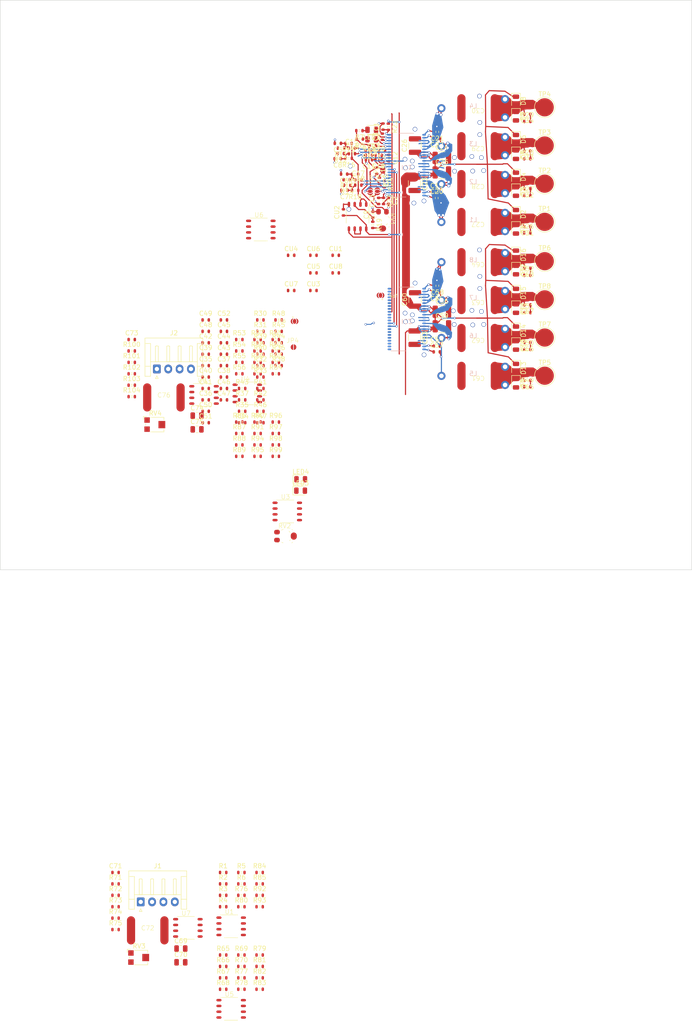
<source format=kicad_pcb>
(kicad_pcb (version 20221018) (generator pcbnew)
  (layers (0 "F.Cu" signal) (31 "B.Cu" signal) (34 "B.Paste" user) (35 "F.Paste" user) (36 "B.SilkS" user "B.Silkscreen") (37 "F.SilkS" user "F.Silkscreen") (38 "B.Mask" user) (39 "F.Mask" user) (44 "Edge.Cuts" user))
  (net 0 "")
  (net 1 "GND")
  (net 2 "Net-(IC1-20_VBG)")
  (net 3 "Net-(IC1-18_RESET)")
  (net 4 "Net-(C15-Pad1)")
  (net 5 "Net-(C17-Pad1)")
  (net 6 "Net-(C18-Pad1)")
  (net 7 "Net-(C16-Pad1)")
  (net 8 "Net-(U2A-+)")
  (net 9 "/poweramp/AVDD")
  (net 10 "/poweramp/input_ref_z")
  (net 11 "Net-(IC1-15_C_START)")
  (net 12 "/12V")
  (net 13 "/poweramp/DVDD")
  (net 14 "/poweramp/in_d")
  (net 15 "/poweramp/in_c")
  (net 16 "/poweramp/in_b")
  (net 17 "/poweramp/in_a")
  (net 18 "Net-(IC1-43_BST_B)")
  (net 19 "Net-(IC1-44_BST_A)")
  (net 20 "Net-(IC1-23_BST_D)")
  (net 21 "Net-(IC1-24_BST_C)")
  (net 22 "PVDD")
  (net 23 "Net-(C31-Pad1)")
  (net 24 "Net-(C32-Pad1)")
  (net 25 "Net-(C33-Pad1)")
  (net 26 "Net-(C34-Pad1)")
  (net 27 "Net-(C35-Pad1)")
  (net 28 "Net-(C36-Pad1)")
  (net 29 "/poweramp1/in_d")
  (net 30 "/poweramp1/in_c")
  (net 31 "Net-(IC2-18_RESET)")
  (net 32 "Net-(C40-Pad1)")
  (net 33 "Net-(C41-Pad1)")
  (net 34 "Net-(IC2-20_VBG)")
  (net 35 "/poweramp1/DVDD")
  (net 36 "Net-(IC2-15_C_START)")
  (net 37 "/poweramp1/in_b")
  (net 38 "/poweramp1/in_a")
  (net 39 "Net-(U3A-+)")
  (net 40 "/poweramp1/AVDD")
  (net 41 "Net-(IC2-43_BST_B)")
  (net 42 "Net-(IC2-24_BST_C)")
  (net 43 "Net-(IC2-44_BST_A)")
  (net 44 "Net-(IC2-23_BST_D)")
  (net 45 "Net-(C65-Pad1)")
  (net 46 "Net-(C66-Pad1)")
  (net 47 "Net-(C67-Pad1)")
  (net 48 "Net-(C68-Pad1)")
  (net 49 "Net-(J1-Pin_4)")
  (net 50 "/inputref")
  (net 51 "Net-(U7A-+)")
  (net 52 "Net-(J1-Pin_3)")
  (net 53 "/feedbass_preamp/out")
  (net 54 "Net-(J2-Pin_3)")
  (net 55 "Net-(J2-Pin_4)")
  (net 56 "Net-(U8A-+)")
  (net 57 "/feedbass_preamp1/out")
  (net 58 "Net-(IC1-3_M1)")
  (net 59 "Net-(IC1-4_M2)")
  (net 60 "Net-(IC1-7_OC_ADJ)")
  (net 61 "Net-(IC1-8_FREQ_ADG)")
  (net 62 "/poweramp/osc-")
  (net 63 "/poweramp/osc+")
  (net 64 "Net-(IC1-19_FAULT)")
  (net 65 "Net-(IC1-21_CLIP_OTW)")
  (net 66 "Net-(IC2-3_M1)")
  (net 67 "Net-(IC2-4_M2)")
  (net 68 "Net-(IC2-7_OC_ADJ)")
  (net 69 "Net-(IC2-8_FREQ_ADG)")
  (net 70 "Net-(IC2-19_FAULT)")
  (net 71 "Net-(IC2-21_CLIP_OTW)")
  (net 76 "Net-(LED1-A)")
  (net 77 "Net-(LED2-A)")
  (net 78 "Net-(LED3-A)")
  (net 79 "Net-(LED4-A)")
  (net 80 "/preamp0/in0")
  (net 81 "Net-(U1B--)")
  (net 82 "/poweramp1/in0")
  (net 83 "/feedbass_preamp/~out")
  (net 84 "Net-(U1A--)")
  (net 85 "/preamp0/in1")
  (net 86 "/poweramp1/in1")
  (net 87 "/poweramp/~reset")
  (net 88 "/poweramp/in0")
  (net 89 "/poweramp/in1")
  (net 90 "/poweramp/in2")
  (net 91 "/poweramp/in3")
  (net 92 "/poweramp/trim")
  (net 93 "Net-(R19-Pad2)")
  (net 94 "/poweramp1/trim")
  (net 95 "/poweramp1/~reset")
  (net 96 "/poweramp1/in2")
  (net 97 "/poweramp1/in3")
  (net 98 "Net-(R46-Pad2)")
  (net 99 "/preamp1/in1")
  (net 100 "Net-(U4A--)")
  (net 101 "/feedbass_preamp1/~out")
  (net 102 "/preamp1/in0")
  (net 103 "Net-(U4B--)")
  (net 104 "/preamp2/in1")
  (net 105 "Net-(U5A--)")
  (net 106 "/preamp2/in0")
  (net 107 "Net-(U5B--)")
  (net 108 "Net-(U7B--)")
  (net 109 "Net-(R74-Pad1)")
  (net 110 "/preamp3/in1")
  (net 111 "Net-(U6A--)")
  (net 112 "/preamp3/in0")
  (net 113 "Net-(U6B--)")
  (net 114 "Net-(R102-Pad1)")
  (net 115 "Net-(U8B--)")
  (net 116 "Net-(U7A--)")
  (net 117 "Net-(U8A--)")
  (net 118 "/poweramp/sw2")
  (net 119 "/poweramp/sw3")
  (net 120 "/poweramp/sw0")
  (net 121 "/poweramp/sw1")
  (net 122 "/poweramp1/input_ref")
  (net 123 "/poweramp1/sw2")
  (net 124 "/poweramp1/sw1")
  (net 125 "/poweramp1/sw3")
  (net 126 "/poweramp1/sw0")
  (net 127 "/poweramp/out3")
  (net 128 "/poweramp/out2")
  (net 129 "/poweramp/out1")
  (net 130 "/poweramp/out0")
  (net 131 "/poweramp1/out3")
  (net 132 "/poweramp1/out2")
  (net 133 "/poweramp1/out1")
  (net 134 "/poweramp1/out0")
  (net 135 "Net-(IC1-22GVDD_CD)")
  (net 136 "Net-(IC1-1_GVDD_AB)")
  (net 137 "Net-(IC2-1_GVDD_AB)")
  (net 138 "Net-(IC2-22GVDD_CD)")
  (footprint "Diode_SMD:D_0805_2012Metric" (layer "F.Cu") (at 124.1 48.8 -90)
    (fp_text reference "D6")
    (fp_text value "D_Schottky")
  )
  (footprint "invendelirium_audio:R_0603" (layer "F.Cu") (at 89.6725 46.92 180)
    (fp_text reference "R7")
    (fp_text value "2.7K")
  )
  (footprint "invendelirium_audio:R_0603" (layer "F.Cu") (at 88.74 60.04 180)
    (fp_text reference "R18")
    (fp_text value "10k")
  )
  (footprint "invendelirium_audio:C_0603" (layer "F.Cu") (at 126.6 51.4 180)
    (fp_text reference "C33")
    (fp_text value "10nF")
  )
  (footprint "LED_SMD:LED_0805_2012Metric" (layer "F.Cu") (at 76.7425 126.0575)
    (fp_text reference "LED3")
    (fp_text value "fault")
  )
  (footprint "invendelirium_audio:SOIC-8" (layer "F.Cu") (at 55.5 105.015)
    (fp_text reference "U8")
    (fp_text value "Opamp_Dual")
  )
  (footprint "invendelirium_audio:R_0603" (layer "F.Cu") (at 39.595 95.35)
    (fp_text reference "R100")
    (fp_text value "100")
  )
  (footprint "invendelirium_audio:R_0603" (layer "F.Cu") (at 63.265 116)
    (fp_text reference "R88")
    (fp_text value "3.6k")
  )
  (footprint "Capacitor_SMD:C_0805_2012Metric" (layer "F.Cu") (at 50.41 226.72)
    (fp_text reference "C69")
    (fp_text value "tbd")
  )
  (footprint "invendelirium_audio:R_0603" (layer "F.Cu") (at 71.285 95.35)
    (fp_text reference "R62")
    (fp_text value "3.6k")
  )
  (footprint "invendelirium_audio:C_0603" (layer "F.Cu") (at 59.8725 98.5725)
    (fp_text reference "C37")
    (fp_text value "10u")
  )
  (footprint "invendelirium_audio:R_0603" (layer "F.Cu") (at 91.735 51.21 180)
    (fp_text reference "R10")
    (fp_text value "100")
  )
  (footprint "invendelirium_audio:R_0603" (layer "F.Cu") (at 94.07 57.95 -90)
    (fp_text reference "R25")
    (fp_text value "30k")
  )
  (footprint "invendelirium_audio:R_0603" (layer "F.Cu") (at 67.275 110.98)
    (fp_text reference "R90")
    (fp_text value "3.6k")
  )
  (footprint "invendelirium_audio:R_0603" (layer "F.Cu") (at 96.04 46.0625 -90)
    (fp_text reference "R22")
    (fp_text value "3.3")
  )
  (footprint "invendelirium_audio:C_0603" (layer "F.Cu") (at 96.06 62.365 -90)
    (fp_text reference "C2")
    (fp_text value "10u")
  )
  (footprint "invendelirium_audio:C_0603" (layer "F.Cu") (at 106.8125 81.025 180)
    (fp_text reference "C58")
    (fp_text value "33n")
  )
  (footprint "invendelirium_audio:SOIC-8" (layer "F.Cu") (at 61.465 239.965)
    (fp_text reference "U5")
    (fp_text value "Opamp_Dual")
  )
  (footprint "invendelirium_audio:SOIC-8" (layer "F.Cu") (at 73.8075 130.6275)
    (fp_text reference "U3")
    (fp_text value "Opamp_Dual")
  )
  (footprint "invendelirium_audio:R_0603" (layer "F.Cu") (at 67.275 100.37)
    (fp_text reference "R60")
    (fp_text value "3.6k")
  )
  (footprint "invendelirium_audio:C_0603" (layer "F.Cu") (at 55.8625 93.5525)
    (fp_text reference "C42")
    (fp_text value "1u")
  )
  (footprint "invendelirium_audio:R_0603" (layer "F.Cu") (at 63.265 113.49)
    (fp_text reference "R87")
    (fp_text value "3.6k")
  )
  (footprint "invendelirium_audio:R_0603" (layer "F.Cu") (at 93.885 52.35)
    (fp_text reference "R20")
    (fp_text value "4.7k")
  )
  (footprint "invendelirium_audio:R_0603" (layer "F.Cu") (at 67.8925 96.0625)
    (fp_text reference "R40")
    (fp_text value "330")
  )
  (footprint "invendelirium_audio:C_0603" (layer "F.Cu") (at 126.6125 93.475 180)
    (fp_text reference "C66")
    (fp_text value "10nF")
  )
  (footprint "invendelirium_audio:R_0603" (layer "F.Cu") (at 63.72 217.52)
    (fp_text reference "R80")
    (fp_text value "3.6k")
  )
  (footprint "invendelirium_audio:R_0603" (layer "F.Cu") (at 63.72 235.66)
    (fp_text reference "R78")
    (fp_text value "3.6k")
  )
  (footprint "invendelirium_audio:C_0603" (layer "F.Cu") (at 126.6 59.65 180)
    (fp_text reference "C32")
    (fp_text value "10nF")
  )
  (footprint "Potentiometer_SMD:Potentiometer_Bourns_TC33X_Vertical" (layer "F.Cu") (at 41.22 228.69)
    (fp_text reference "RV3")
    (fp_text value "10k")
  )
  (footprint "invendelirium_audio:R_0603" (layer "F.Cu") (at 39.595 105.39)
    (fp_text reference "R104")
    (fp_text value "2k")
  )
  (footprint "invendelirium_audio:C_0603" (layer "F.Cu") (at 88.02 51.99)
    (fp_text reference "C16")
    (fp_text value "10u")
  )
  (footprint "invendelirium_audio:R_0603" (layer "F.Cu") (at 88.71 56.53 180)
    (fp_text reference "R17")
    (fp_text value "10k")
  )
  (footprint "Diode_SMD:D_0805_2012Metric" (layer "F.Cu") (at 124.1125 94.125 -90)
    (fp_text reference "D10")
    (fp_text value "D_Schottky")
  )
  (footprint "invendelirium_audio:R_0603" (layer "F.Cu") (at 36.04 222.54)
    (fp_text reference "R75")
    (fp_text value "100")
  )
  (footprint "invendelirium_audio:C_0603" (layer "F.Cu") (at 94.64 51.27 180)
    (fp_text reference "C4")
    (fp_text value "100p")
  )
  (footprint "invendelirium_audio:R_0603" (layer "F.Cu") (at 71.285 92.84)
    (fp_text reference "R61")
    (fp_text value "3.6k")
  )
  (footprint "invendelirium_audio:R_0603" (layer "F.Cu") (at 126.6 61.2)
    (fp_text reference "R27")
    (fp_text value "3.3")
  )
  (footprint "TestPoint:TestPoint_Pad_D4.0mm" (layer "F.Cu") (at 130.4375 84.008334)
    (fp_text reference "TP8")
    (fp_text value "out1")
  )
  (footprint "invendelirium_audio:solder-switch" (layer "F.Cu") (at 92.04 60.26 -90)
    (fp_text reference "JP2")
    (fp_text value "SolderJumper_3_Bridged12")
  )
  (footprint "Diode_SMD:D_0805_2012Metric" (layer "F.Cu") (at 124.1125 77.5625 -90)
    (fp_text reference "D12")
    (fp_text value "D_Schottky")
  )
  (footprint "invendelirium_audio:C_0603" (layer "F.Cu") (at 84.93 49.71 180)
    (fp_text reference "C5")
    (fp_text value "4.7n")
  )
  (footprint "Diode_SMD:D_0805_2012Metric" (layer "F.Cu") (at 124.1 40.4 -90)
    (fp_text reference "D8")
    (fp_text value "D_Schottky")
  )
  (footprint "invendelirium_audio:C_0603" (layer "F.Cu") (at 55.8625 103.5925)
    (fp_text reference "C41")
    (fp_text value "4.7n")
  )
  (footprint "invendelirium_audio:C_0603" (layer "F.Cu") (at 59.8725 106.1025)
    (fp_text reference "C47")
    (fp_text value "10u")
  )
  (footprint "Diode_SMD:D_0805_2012Metric" (layer "F.Cu") (at 124.1125 102.425 -90)
    (fp_text reference "D9")
    (fp_text value "D_Schottky")
  )
  (footprint "invendelirium_audio:C_0603" (layer "F.Cu") (at 126.6 43.3 180)
    (fp_text reference "C34")
    (fp_text value "10nF")
  )
  (footprint "invendelirium_audio:solder-jumper" (layer "F.Cu") (at 75.1825 94.5125)
    (fp_text reference "JP4")
    (fp_text value "slave")
  )
  (footprint "invendelirium_audio:R_0603" (layer "F.Cu") (at 92.63 50.2 180)
    (fp_text reference "R9")
    (fp_text value "47k")
  )
  (footprint "invendelirium_audio:R_0603" (layer "F.Cu") (at 126.6 44.9)
    (fp_text reference "R29")
    (fp_text value "3.3")
  )
  (footprint "invendelirium_audio:R_0603" (layer "F.Cu") (at 67.8925 98.5725)
    (fp_text reference "R32")
    (fp_text value "10k")
  )
  (footprint "invendelirium_audio:R_0603" (layer "F.Cu") (at 39.595 97.86)
    (fp_text reference "R101")
    (fp_text value "30k")
  )
  (footprint "invendelirium_audio:R_0603" (layer "F.Cu") (at 71.285 97.86)
    (fp_text reference "R63")
    (fp_text value "2k")
  )
  (footprint "invendelirium_audio:C_0603" (layer "F.Cu") (at 106.675 61.725)
    (fp_text reference "C20")
    (fp_text value "33n")
  )
  (footprint "invendelirium_audio:C_0603" (layer "F.Cu") (at 93.9 62.37 90)
    (fp_text reference "C13")
    (fp_text value "10u")
  )
  (footprint "invendelirium_audio:C_0603" (layer "F.Cu") (at 59.8725 96.0625)
    (fp_text reference "C43")
    (fp_text value "1uF")
  )
  (footprint "invendelirium_audio:R_0603" (layer "F.Cu") (at 67.275 95.35)
    (fp_text reference "R58")
    (fp_text value "R_Small")
  )
  (footprint "invendelirium_audio:R_0603" (layer "F.Cu") (at 71.9025 93.5525)
    (fp_text reference "R44")
    (fp_text value "3.3")
  )
  (footprint "invendelirium_audio:R_0603" (layer "F.Cu") (at 86.99 58.91 180)
    (fp_text reference "R14")
    (fp_text value "330")
  )
  (footprint "invendelirium_audio:R_0603" (layer "F.Cu") (at 63.265 95.35)
    (fp_text reference "R54")
    (fp_text value "3.6k")
  )
  (footprint "invendelirium_audio:C_0603" (layer "F.Cu") (at 84.465 78.19)
    (fp_text reference "CU8")
    (fp_text value "10u")
  )
  (footprint "Diode_SMD:D_0805_2012Metric" (layer "F.Cu") (at 124.1 68.6 -90)
    (fp_text reference "D1")
    (fp_text value "D_Schottky")
  )
  (footprint "invendelirium_audio:R_0603" (layer "F.Cu") (at 67.73 233.15)
    (fp_text reference "R82")
    (fp_text value "2k")
  )
  (footprint "invendelirium_audio:TC33X-2 trimpot" (layer "F.Cu") (at 73.2225 136.0525)
    (fp_text reference "RV2")
    (fp_text value "10k")
  )
  (footprint "invendelirium_audio:CB052D0105KBC film cap" (layer "F.Cu") (at 46.67 105.565)
    (fp_text reference "C76")
    (fp_text value "1uF")
  )
  (footprint "LED_SMD:LED_0805_2012Metric" (layer "F.Cu") (at 92.3825 48.82 180)
    (fp_text reference "LED2")
    (fp_text value "fault")
  )
  (footprint "invendelirium_audio:R_0603" (layer "F.Cu") (at 85.62 50.77 180)
    (fp_text reference "R11")
    (fp_text value "330")
  )
  (footprint "invendelirium_audio:R_0603" (layer "F.Cu") (at 59.71 233.15)
    (fp_text reference "R67")
    (fp_text value "3.6k")
  )
  (footprint "invendelirium_audio:CB052D0105KBC film cap" (layer "F.Cu") (at 115.775 58.666666 180)
    (fp_text reference "C28")
    (fp_text value "1uF 63V")
  )
  (footprint "Connector_JST:JST_EH_S4B-EH_1x04_P2.50mm_Horizontal" (layer "F.Cu") (at 45.125 99.31)
    (fp_text reference "J2")
    (fp_text value "Conn_01x04")
  )
  (footprint "invendelirium_audio:C_0603" (layer "F.Cu") (at 89.42 58.9)
    (fp_text reference "C18")
    (fp_text value "10u")
  )
  (footprint "invendelirium_audio:C_0603" (layer "F.Cu") (at 106.8 47.2 180)
    (fp_text reference "C21")
    (fp_text value "33n")
  )
  (footprint "Diode_SMD:D_0805_2012Metric" (layer "F.Cu") (at 124.1125 99.125 -90)
    (fp_text reference "D13")
    (fp_text value "D_Schottky")
  )
  (footprint "invendelirium_audio:R_0603" (layer "F.Cu") (at 71.9025 96.0625)
    (fp_text reference "R36")
    (fp_text value "27k")
  )
  (footprint "invendelirium_audio:R_0603" (layer "F.Cu") (at 71.285 113.49)
    (fp_text reference "R97")
    (fp_text value "3.6k")
  )
  (footprint "Capacitor_SMD:C_0805_2012Metric" (layer "F.Cu") (at 50.41 229.73)
    (fp_text reference "C70")
    (fp_text value "1nF")
  )
  (footprint "Diode_SMD:D_0805_2012Metric" (layer "F.Cu") (at 124.1 43.7375 -90)
    (fp_text reference "D7")
    (fp_text value "D_Schottky")
  )
  (footprint "invendelirium_audio:C_0603" (layer "F.Cu") (at 55.8625 98.5725)
    (fp_text reference "C35")
    (fp_text value "4.7n")
  )
  (footprint "invendelirium_audio:R_0603" (layer "F.Cu") (at 59.71 209.99)
    (fp_text reference "R1")
    (fp_text value "R_Small")
  )
  (footprint "invendelirium_audio:C_0603" (layer "F.Cu") (at 126.6125 77.125 180)
    (fp_text reference "C68")
    (fp_text value "10nF")
  )
  (footprint "invendelirium_audio:C_0603" (layer "F.Cu") (at 74.665 74.32)
    (fp_text reference "CU4")
    (fp_text value "10u")
  )
  (footprint "invendelirium_audio:R_0603" (layer "F.Cu") (at 67.275 113.49)
    (fp_text reference "R91")
    (fp_text value "R_Small")
  )
  (footprint "invendelirium_audio:solder-switch" (layer "F.Cu") (at 94.3125 83.125 180)
    (fp_text reference "JP5")
    (fp_text value "SolderJumper_3_Bridged12")
  )
  (footprint "invendelirium_audio:R_0603" (layer "F.Cu") (at 63.265 100.37)
    (fp_text reference "R56")
    (fp_text value "3.6k")
  )
  (footprint "invendelirium_audio:C_0603" (layer "F.Cu") (at 106.675 60.45)
    (fp_text reference "C19")
    (fp_text value "33n")
  )
  (footprint "invendelirium_audio:CB052D0105KBC film cap" (layer "F.Cu") (at 115.7875 100.825 180)
    (fp_text reference "C61")
    (fp_text value "1uF 63V")
  )
  (footprint "invendelirium_audio:R_0603" (layer "F.Cu") (at 67.8925 111.1225)
    (fp_text reference "R47")
    (fp_text value "4.7k")
  )
  (footprint "invendelirium_audio:R_0603" (layer "F.Cu") (at 59.71 215.01)
    (fp_text reference "R3")
    (fp_text value "3.6k")
  )
  (footprint "invendelirium_audio:R_0603" (layer "F.Cu") (at 63.265 118.51)
    (fp_text reference "R89")
    (fp_text value "3.6k")
  )
  (footprint "invendelirium_audio:R_0603" (layer "F.Cu") (at 63.72 228.13)
    (fp_text reference "R69")
    (fp_text value "3.6k")
  )
  (footprint "invendelirium_audio:C_0603" (layer "F.Cu") (at 55.8625 111.1225)
    (fp_text reference "C51")
    (fp_text value "2.2u")
  )
  (footprint "TestPoint:TestPoint_Pad_D4.0mm" (layer "F.Cu") (at 130.4375 92.4)
    (fp_text reference "TP7")
    (fp_text value "out2")
  )
  (footprint "invendelirium_audio:C_0603" (layer "F.Cu") (at 79.565 82.06)
    (fp_text reference "CU3")
    (fp_text value "10u")
  )
  (footprint "invendelirium_audio:R_0603" (layer "F.Cu") (at 59.71 217.52)
    (fp_text reference "R4")
    (fp_text value "R_Small")
  )
  (footprint "invendelirium_audio:R_0603" (layer "F.Cu") (at 126.6125 95.025)
    (fp_text reference "R50")
    (fp_text value "3.3")
  )
  (footprint "LED_SMD:LED_0805_2012Metric" (layer "F.Cu") (at 92.39 46.73 180)
    (fp_text reference "LED1")
    (fp_text value "clipping")
  )
  (footprint "invendelirium_audio:R_0603" (layer "F.Cu") (at 67.275 97.86)
    (fp_text reference "R59")
    (fp_text value "3.6k")
  )
  (footprint "invendelirium_audio:R_0603" (layer "F.Cu") (at 63.72 212.5)
    (fp_text reference "R6")
    (fp_text value "2k")
  )
  (footprint "invendelirium_audio:CB052D0105KBC film cap" (layer "F.Cu") (at 115.775 67 180)
    (fp_text reference "C27")
    (fp_text value "1uF 63V")
  )
  (footprint "invendelirium_audio:SOIC-8" (layer "F.Cu") (at 65.02 104.675)
    (fp_text reference "U4")
    (fp_text value "Opamp_Dual")
  )
  (footprint "invendelirium_audio:R_0603" (layer "F.Cu") (at 71.9025 91.0425)
    (fp_text reference "R45")
    (fp_text value "3.3")
  )
  (footprint "invendelirium_audio:C_0603" (layer "F.Cu") (at 84.91 53.09 180)
    (fp_text reference "C8")
    (fp_text value "4.7n")
  )
  (footprint "invendelirium_audio:C_0603" (layer "F.Cu") (at 126.6125 85.225 180)
    (fp_text reference "C67")
    (fp_text value "10nF")
  )
  (footprint "invendelirium_audio:R_0603" (layer "F.Cu") (at 63.72 233.15)
    (fp_text reference "R77")
    (fp_text value "3.6k")
  )
  (footprint "invendelirium_audio:C_0603" (layer "F.Cu") (at 55.8625 101.0825)
    (fp_text reference "C40")
    (fp_text value "4.7n")
  )
  (footprint "invendelirium_audio:R_0603" (layer "F.Cu") (at 85.56 51.95 180)
    (fp_text reference "R12")
    (fp_text value "330")
  )
  (footprint "invendelirium_audio:R_0603" (layer "F.Cu") (at 63.8825 111.1225)
    (fp_text reference "R34")
    (fp_text value "100")
  )
  (footprint "invendelirium_audio:C_0603" (layer "F.Cu") (at 89.42 57.73)
    (fp_text reference "C17")
    (fp_text value "10u")
  )
  (footprint "invendelirium_audio:R_0603" (layer "F.Cu") (at 67.73 215.01)
    (fp_text reference "R92")
    (fp_text value "3.6k")
  )
  (footprint "invendelirium_audio:R_0603" (layer "F.Cu") (at 95.13 58.67 -90)
    (fp_text reference "R24")
    (fp_text value "27k")
  )
  (footprint "invendelirium_audio:R_0603" (layer "F.Cu") (at 36.04 217.52)
    (fp_text reference "R73")
    (fp_text value "30k")
  )
  (footprint "invendelirium_audio:solder-jumper" (layer "F.Cu") (at 94.84 55.7 90)
    (fp_text reference "JP3")
    (fp_text value "slave")
  )
  (footprint "invendelirium_audio:C_0603" (layer "F.Cu") (at 55.8625 91.0425)
    (fp_text reference "C48")
    (fp_text value "10u")
  )
  (footprint "invendelirium_audio:C_0603" (layer "F.Cu") (at 91.775 53.32 180)
    (fp_text reference "C11")
    (fp_text value "2.2u")
  )
  (footprint "invendelirium_audio:R_0603" (layer "F.Cu") (at 63.265 110.98)
    (fp_text reference "R86")
    (fp_text value "R_Small")
  )
  (footprint "invendelirium_audio:C_0603" (layer "F.Cu") (at 59.8725 101.0825)
    (fp_text reference "C38")
    (fp_text value "10u")
  )
  (footprint "TestPoint:TestPoint_Pad_D4.0mm" (layer "F.Cu") (at 130.425 50.183334)
    (fp_text reference "TP3")
    (fp_text value "out1")
  )
  (footprint "invendelirium_audio:TC33X-2 trimpot" (layer "F.Cu") (at 94.7375 66.4125 -90)
    (fp_text reference "RV1")
    (fp_text value "10k")
  )
  (footprint "TestPoint:TestPoint_Pad_D4.0mm" (layer "F.Cu") (at 130.425 66.966668)
    (fp_text reference "TP1")
    (fp_text value "out3")
  )
  (footprint "invendelirium_audio:CB052D0105KBC film cap" (layer "F.Cu") (at 115.7875 92.491666 180)
    (fp_text reference "C62")
    (fp_text value "1uF 63V")
  )
  (footprint "invendelirium_audio:C_0603" (layer "F.Cu") (at 55.8625 108.6125)
    (fp_text reference "C50")
    (fp_text value "1u")
  )
  (footprint "invendelirium_audio:SOIC-8" (layer "F.Cu") (at 51.945 222.165)
    (fp_text reference "U7")
    (fp_text value "Opamp_Dual")
  )
  (footprint "invendelirium_audio:R_0603" (layer "F.Cu") (at 59.71 235.66)
    (fp_text reference "R68")
    (fp_text value "3.6k")
  )
  (footprint "invendelirium_audio:C_0603" (layer "F.Cu") (at 84.465 74.32)
    (fp_text reference "CU1")
    (fp_text value "10u")
  )
  (footprint "invendelirium_audio:C_0603" (layer "F.Cu") (at 94.71 48.25 90)
    (fp_text reference "C3")
    (fp_text value "1u")
  )
  (footprint "invendelirium_audio:C_0603" (layer "F.Cu") (at 87.98 50.77)
    (fp_text reference "C15")
    (fp_text value "10u")
  )
  (footprint "invendelirium_audio:R_0603" (layer "F.Cu") (at 67.8925 93.5525)
    (fp_text reference "R39")
    (fp_text value "330")
  )
  (footprint "Capacitor_SMD:C_1210_3225Metric" (layer "F.Cu") (at 107.8125 89.925)
    (fp_text reference "C59")
    (fp_text value "10u 63V")
  )
  (footprint "invendelirium_audio:R_0603" (layer "F.Cu") (at 63.72 215.01)
    (fp_text reference "R76")
    (fp_text value "3.6k")
  )
  (footprint "invendelirium_audio:C_0603" (layer "F.Cu") (at 106.6875 95.55)
    (fp_text reference "C57")
    (fp_text value "33n")
  )
  (footprint "invendelirium_audio:R_0603" (layer "F.Cu") (at 36.04 212.5)
    (fp_text reference "R71")
    (fp_text value "2k")
  )
  (footprint "invendelirium_audio:C_0603" (layer "F.Cu") (at 106.6875 94.275)
    (fp_text reference "C54")
    (fp_text value "33n")
  )
  (footprint "invendelirium_audio:C_0603" (layer "F.Cu") (at 86.16 64.89 90)
    (fp_text reference "CU2")
    (fp_text value "10u")
  )
  (footprint "invendelirium_audio:R_0603" (layer "F.Cu") (at 87.3 49.72 180)
    (fp_text reference "R15")
    (fp_text value "10k")
  )
  (footprint "invendelirium_audio:R_0603" (layer "F.Cu") (at 39.595 102.88)
    (fp_text reference "R103")
    (fp_text value "2k")
  )
  (footprint "invendelirium_audio:C_0603" (layer "F.Cu") (at 92.64 65.4 90)
    (fp_text reference "C9")
    (fp_text value "1u")
  )
  (footprint "invendelirium_audio:R_0603" (layer "F.Cu") (at 91.755 52.31)
    (fp_text reference "R21")
    (fp_text value "4.7k")
  )
  (footprint "invendelirium_audio:C_0603" (layer "F.Cu") (at 86.39 60.03 180)
    (fp_text reference "C7")
    (fp_text value "4.7n")
  )
  (footprint "Capacitor_SMD:C_1210_3225Metric" (layer "F.Cu") (at 101.9 50.2 90)
    (fp_text reference "C26")
    (fp_text value "10u 63V")
  )
  (footprint "invendelirium_audio:R_0603" (layer "F.Cu") (at 67.8925 88.5325)
    (fp_text reference "R30")
    (fp_text value "330")
  )
  (footprint "invendelirium_audio:R_0603" (layer "F.Cu") (at 59.71 230.64)
    (fp_text reference "R66")
    (fp_text value "3.6k")
  )
  (footprint "Capacitor_SMD:C_1210_3225Metric" (layer "F.Cu") (at 107.8 56.1)
    (fp_text reference "C25")
    (fp_text value "10u 63V")
  )
  (footprint "invendelirium_audio:R_0603" (layer "F.Cu") (at 36.04 220.03)
    (fp_text reference "R74")
    (fp_text value "75")
  )
  (footprint "invendelirium_audio:R_0603" (layer "F.Cu") (at 94.98 62.37 -90)
    (fp_text reference "R23")
    (fp_text value "3.3")
  )
  (footprint "Capacitor_SMD:C_1210_3225Metric" (layer "F.Cu") (at 101.8125 92.425 -90)
    (fp_text reference "C53")
    (fp_text value "10u 63V")
  )
  (footprint "invendelirium_audio:C_0603" (layer "F.Cu") (at 39.595 92.84)
    (fp_text reference "C73")
    (fp_text value "100nF")
  )
  (footprint "invendelirium_audio:R_0603" (layer "F.Cu") (at 67.73 228.13)
    (fp_text reference "R79")
    (fp_text value "3.6k")
  )
  (footprint "Diode_SMD:D_0805_2012Metric" (layer "F.Cu") (at 124.1125 74.225 -90)
    (fp_text reference "D16")
    (fp_text value "D_Schottky")
  )
  (footprint "invendelirium_audio:CB052D0105KBC film cap" (layer "F.Cu") (at 115.7875 84.158333 180)
    (fp_text reference "C63")
    (fp_text value "1uF 63V")
  )
  (footprint "invendelirium_audio:R_0603" (layer "F.Cu") (at 71.9025 98.5725)
    (fp_text reference "R38")
    (fp_text value "30k")
  )
  (footprint "invendelirium_audio:R_0603" (layer "F.Cu") (at 63.265 97.86)
    (fp_text reference "R55")
    (fp_text value "3.6k")
  )
  (footprint "invendelirium_audio:C_0603" (layer "F.Cu") (at 55.8625 96.0625)
    (fp_text reference "C39")
    (fp_text value "100p")
  )
  (footprint "invendelirium_audio:C_0603" (layer "F.Cu") (at 36.04 209.99)
    (fp_text reference "C71")
    (fp_text value "100nF")
  )
  (footprint "invendelirium_audio:C_0603" (layer "F.Cu") (at 59.8725 103.5925)
    (fp_text reference "C46")
    (fp_text value "10u")
  )
  (footprint "invendelirium_audio:R_0603" (layer "F.Cu") (at 63.265 92.84)
    (fp_text reference "R53")
    (fp_text value "R_Small")
  )
  (footprint "invendelirium_audio:solder-switch" (layer "F.Cu") (at 75.4125 88.836495)
    (fp_text reference "JP6")
    (fp_text value "SolderJumper_3_Bridged12")
  )
  (footprint "invendelirium_audio:R_0603" (layer "F.Cu") (at 63.72 209.99)
    (fp_text reference "R5")
    (fp_text value "3.6k")
  )
  (footprint "Diode_SMD:D_0805_2012Metric" (layer "F.Cu") (at 124.1125 82.625 -90)
    (fp_text reference "D15")
    (fp_text value "D_Schottky")
  )
  (footprint "invendelirium_audio:R_0603" (layer "F.Cu") (at 67.73 217.52)
    (fp_text reference "R93")
    (fp_text value "3.6k")
  )
  (footprint "invendelirium_audio:R_0603" (layer "F.Cu") (at 126.6 69.4)
    (fp_text reference "R26")
    (fp_text value "3.3")
  )
  (footprint "invendelirium_audio:R_0603" (layer "F.Cu") (at 67.8925 108.6125)
    (fp_text reference "R46")
    (fp_text value "47k")
  )
  (footprint "invendelirium_audio:R_0603" (layer "F.Cu") (at 63.8825 108.6125)
    (fp_text reference "R35")
    (fp_text value "47k")
  )
  (footprint "invendelirium_audio:R_0603" (layer "F.Cu") (at 59.71 212.5)
    (fp_text reference "R2")
    (fp_text value "2k")
  )
  (footprint "invendelirium_audio:R_0603" (layer "F.Cu") (at 67.73 209.99)
    (fp_text reference "R84")
    (fp_text value "3.6k")
  )
  (footprint "Connector_JST:JST_EH_S4B-EH_1x04_P2.50mm_Horizontal" (layer "F.Cu") (at 41.57 216.46)
    (fp_text reference "J1")
    (fp_text value "Conn_01x04")
  )
  (footprint "Diode_SMD:D_0805_2012Metric" (layer "F.Cu") (at 124.1125 90.925 -90)
    (fp_text reference "D14")
    (fp_text value "D_Schottky")
  )
  (footprint "TestPoint:TestPoint_Pad_D4.0mm" (layer "F.Cu") (at 130.4375 75.616668)
    (fp_text reference "TP6")
    (fp_text value "out0")
  )
  (footprint "invendelirium_audio:R_0603" (layer "F.Cu") (at 67.8925 101.0825)
    (fp_text reference "R33")
    (fp_text value "10k")
  )
  (footprint "invendelirium_audio:C_0603" (layer "F.Cu") (at 126.6125 101.825 180)
    (fp_text reference "C65")
    (fp_text value "10nF")
  )
  (footprint "invendelirium_audio:R_0603" (layer "F.Cu") (at 39.595 100.37)
    (fp_text reference "R102")
    (fp_text value "75")
  )
  (footprint "invendelirium_audio:solder-switch" (layer "F.Cu") (at 93.62 60.26 -90)
    (fp_text reference "JP1")
    (fp_text value "SolderJumper_3_Bridged12")
  )
  (footprint "invendelirium_audio:CB052D0105KBC film cap" (layer "F.Cu") (at 43.115 222.715)
    (fp_text reference "C72")
    (fp_text value "1uF")
  )
  (footprint "invendelirium_audio:R_0603" (layer "F.Cu") (at 89.7325 48.77 180)
    (fp_text reference "R8")
    (fp_text value "2.7K")
  )
  (footprint "Capacitor_SMD:C_1210_3225Metric" (layer "F.Cu") (at 101.9125 84.025 90)
    (fp_text reference "C60")
    (fp_text value "10u 63V")
  )
  (footprint "invendelirium_audio:C_0603" (layer "F.Cu") (at 79.565 78.19)
    (fp_text reference "CU5")
    (fp_text value "10u")
  )
  (footprint "invendelirium_audio:R_0603" (layer "F.Cu") (at 87.32 53 180)
    (fp_text reference "R16")
    (fp_text value "10k")
  )
  (footprint "invendelirium_audio:R_0603" (layer "F.Cu") (at 126.6125 78.725)
    (fp_text reference "R52")
    (fp_text value "3.3")
  )
  (footprint "Capacitor_SMD:C_0805_2012Metric" (layer "F.Cu") (at 53.965 109.57)
    (fp_text reference "C74")
    (fp_text value "tbd")
  )
  (footprint "invendelirium_audio:R_0603" (layer "F.Cu") (at 71.285 110.98)
    (fp_text reference "R96")
    (fp_text value "3.6k")
  )
  (footprint "invendelirium_audio:R_0603" (layer "F.Cu") (at 67.8925 103.5925)
    (fp_text reference "R41")
    (fp_text value "10k")
  )
  (footprint "invendelirium_audio:C_0603" (layer "F.Cu") (at 55.8625 88.5325)
    (fp_text reference "C49")
    (fp_text value "10u")
  )
  (footprint "invendelirium_audio:R_0603" (layer "F.Cu") (at 126.6125 103.225)
    (fp_text reference "R49")
    (fp_text value "3.3")
  )
  (footprint "invendelirium_audio:R_0603" (layer "F.Cu") (at 126.6 53.1)
    (fp_text reference "R28")
    (fp_text value "3.3")
  )
  (footprint "invendelirium_audio:R_0603" (layer "F.Cu") (at 71.9025 88.5325)
    (fp_text reference "R48")
    (fp_text value "4.7k")
  )
  (footprint "invendelirium_audio:R_0603" (layer "F.Cu") (at 67.275 118.51)
    (fp_text reference "R95")
    (fp_text value "3.6k")
  )
  (footprint "invendelirium_audio:C_0603" (layer "F.Cu") (at 106.7 48.6 180)
    (fp_text reference "C22")
    (fp_text value "33n")
  )
  (footprint "Capacitor_SMD:C_1210_3225Metric" (layer "F.Cu") (at 107.8 52.9)
    (fp_text reference "C24")
    (fp_text value "10u 63V")
  )
  (footprint "invendelirium_audio:C_0603" (layer "F.Cu") (at 59.8725 88.5325)
    (fp_text reference "C52")
    (fp_text value "2.2u")
  )
  (footprint "invendelirium_audio:R_0603" (layer "F.Cu") (at 59.71 228.13)
    (fp_text reference "R65")
    (fp_text value "R_Small")
  )
  (footprint "invendelirium_audio:R_0603" (layer "F.Cu") (at 86.87 57.69 180)
    (fp_text reference "R13")
    (fp_text value "330")
  )
  (footprint "invendelirium_audio:R_0603" (layer "F.Cu") (at 63.72 230.64)
    (fp_text reference "R70")
    (fp_text value "R_Small")
  )
  (footprint "TestPoint:TestPoint_Pad_D4.0mm" (layer "F.Cu") (at 130.425 58.575)
    (fp_text reference "TP2")
    (fp_text value "out2")
  )
  (footprint "invendelirium_audio:R_0603" (layer "F.Cu") (at 67.73 212.5)
    (fp_text reference "R85")
    (fp_text value "3.6k")
  )
  (footprint "invendelirium_audio:C_0603" (layer "F.Cu") (at 96.13 52.94 -90)
    (fp_text reference "C12")
    (fp_text value "1u")
  )
  (footprint "invendelirium_audio:CB052D0105KBC film cap" (layer "F.Cu") (at 115.7875 75.825 180)
    (fp_text reference "C64")
    (fp_text value "1uF 63V")
  )
  (footprint "invendelirium_audio:R_0603" (layer "F.Cu") (at 36.04 215.01)
    (fp_text reference "R72")
    (fp_text value "2k")
  )
  (footprint "LED_SMD:LED_0805_2012Metric" (layer "F.Cu") (at 76.7675 123.5525)
    (fp_text reference "LED4")
    (fp_text value "clipping")
  )
  (footprint "invendelirium_audio:R_0603" (layer "F.Cu") (at 126.6125 86.925)
    (fp_text reference "R51")
    (fp_text value "3.3")
  )
  (footprint "invendelirium_audio:R_0603" (layer "F.Cu") (at 67.8925 91.0425)
    (fp_text reference "R31")
    (fp_text value "330")
  )
  (footprint "invendelirium_audio:R_0603" (layer "F.Cu") (at 67.275 92.84)
    (fp_text reference "R57")
    (fp_text value "3.6k")
  )
  (footprint "invendelirium_audio:R_0603" (layer "F.Cu") (at 67.8925 106.1025)
    (fp_text reference "R42")
    (fp_text value "10k")
  )
  (footprint "invendelirium_audio:C_0603" (layer "F.Cu") (at 79.565 74.32)
    (fp_text reference "CU6")
    (fp_text value "10u")
  )
  (footprint "Diode_SMD:D_0805_2012Metric" (layer "F.Cu") (at 124.1 57.1 -90)
    (fp_text reference "D4")
    (fp_text value "D_Schottky")
  )
  (footprint "invendelirium_audio:SOIC-8" (layer "F.Cu") (at 89.27 65.81 -90)
    (fp_text reference "U2")
    (fp_text value "Opamp_Dual")
  )
  (footprint "Capacitor_SMD:C_1210_3225Metric" (layer "F.Cu") (at 107.8125 86.725)
    (fp_text reference "C56")
    (fp_text value "10u 63V")
  )
  (footprint "invendelirium_audio:C_0603" (layer "F.Cu") (at 74.665 82.06)
    (fp_text reference "CU7")
    (fp_text value "10u")
  )
  (footprint "invendelirium_audio:R_0603" (layer "F.Cu") (at 92.61 67.63 -90)
    (fp_text reference "R19")
    (fp_text value "47k")
  )
  (footprint "Diode_SMD:D_0805_2012Metric" (layer "F.Cu") (at 124.1 60.3 -90)
    (fp_text reference "D3")
    (fp_text value "D_Schottky")
  )
  (footprint "invendelirium_audio:C_0603" (layer "F.Cu") (at 93.865 53.3 180)
    (fp_text reference "C10")
    (fp_text value "2.2u")
  )
  (footprint "invendelirium_audio:C_0603" (layer "F.Cu") (at 59.8725 91.0425)
    (fp_text reference "C45")
    (fp_text value "1u")
  )
  (footprint "invendelirium_audio:R_0603" (layer "F.Cu") (at 71.285 100.37)
    (fp_text reference "R64")
    (fp_text value "2k")
  )
  (footprint "Diode_SMD:D_0805_2012Metric" (layer "F.Cu") (at 124.1 65.3 -90)
    (fp_text reference "D2")
    (fp_text value "D_Schottky")
  )
  (footprint "invendelirium_audio:C_0603" (layer "F.Cu") (at 59.8725 93.5525)
    (fp_text reference "C44")
    (fp_text value "10u")
  )
  (footprint "invendelirium_audio:C_0603" (layer "F.Cu") (at 106.7125 82.425 180)
    (fp_text reference "C55")
    (fp_text value "33n")
  )
  (footprint "invendelirium_audio:R_0603" (layer "F.Cu") (at 63.8825 103.5925)
    (fp_text reference "R43")
    (fp_text value "2.7K")
  )
  (footprint "invendelirium_audio:CB052D0105KBC film cap" (layer "F.Cu") (at 115.775 42 180)
    (fp_text reference "C30")
    (fp_text value "1uF 63V")
  )
  (footprint "invendelirium_audio:C_0603" (layer "F.Cu") (at 93.49 55.69 -90)
    (fp_text reference "C14")
    (fp_text value "1uF")
  )
  (footprint "invendelirium_audio:R_0603" (layer "F.Cu") (at 67.275 116)
    (fp_text reference "R94")
    (fp_text value "3.6k")
  )
  (footprint "Capacitor_SMD:C_1210_3225Metric" (layer "F.Cu") (at 101.8 58.6 -90)
    (fp_text reference "C23")
    (fp_text value "10u 63V")
  )
  (footprint "Potentiometer_SMD:Potentiometer_Bourns_TC33X_Vertical" (layer "F.Cu") (at 44.775 111.54)
    (fp_text reference "RV4")
    (fp_text value "10k")
  )
  (footprint "Capacitor_SMD:C_0805_2012Metric" (layer "F.Cu") (at 53.965 112.58)
    (fp_text reference "C75")
    (fp_text value "1nF")
  )
  (footprint "invendelirium_audio:R_0603" (layer "F.Cu") (at 63.8825 106.1025)
    (fp_text reference "R37")
    (fp_text value "2.7K")
  )
  (footprint "invendelirium_audio:R_0603" (layer "F.Cu") (at 67.73 235.66)
    (fp_text reference "R83")
    (fp_text value "2k")
  )
  (footprint "invendelirium_audio:C_0603" (layer "F.Cu") (at 55.8625 106.1025)
    (fp_text reference "C36")
    (fp_text value "4.7n")
  )
  (footprint "invendelirium_audio:C_0603" (layer "F.Cu") (at 126.6 68 180)
    (fp_text reference "C31")
    (fp_text value "10nF")
  )
  (footprint "TestPoint:TestPoint_Pad_D4.0mm" (layer "F.Cu") (at 130.425 41.791668)
    (fp_text reference "TP4")
    (fp_text value "out0")
  )
  (footprint "invendelirium_audio:R_0603" (layer "F.Cu") (at 67.73 230.64)
    (fp_text reference "R81")
    (fp_text value "3.6k")
  )
  (footprint "invendelirium_audio:SOIC-8" (layer "F.Cu") (at 67.99 68.65)
    (fp_text reference "U6")
    (fp_text value "Opamp_Dual")
  )
  (footprint "Diode_SMD:D_0805_2012Metric" (layer "F.Cu") (at 124.1 52.2 -90)
    (fp_text reference "D5")
    (fp_text value "D_Schottky")
  )
  (footprint "invendelirium_audio:CB052D0105KBC film cap" (layer "F.Cu") (at 115.775 50.333333 180)
    (fp_text reference "C29")
    (fp_text value "1uF 63V")
  )
  (footprint "invendelirium_audio:R_0603" (layer "F.Cu") (at 71.285 116)
    (fp_text reference "R98")
    (fp_text value "2k")
  )
  (footprint "TestPoint:TestPoint_Pad_D4.0mm" (layer "F.Cu") (at 130.4375 100.791668)
    (fp_text reference "TP5")
    (fp_text value "out3")
  )
  (footprint "Diode_SMD:D_0805_2012Metric" (layer "F.Cu") (at 124.1125 86.025 -90)
    (fp_text reference "D11")
    (fp_text value "D_Schottky")
  )
  (footprint "invendelirium_audio:C_0603" (layer "F.Cu") (at 86.31 56.47 180)
    (fp_text reference "C6")
    (fp_text value "4.7n")
  )
  (footprint "invendelirium_audio:C_0603" (layer "F.Cu") (at 94.86 46.0325 90)
    (fp_text reference "C1")
    (fp_text value "10u")
  )
  (footprint "invendelirium_audio:SOIC-8" (layer "F.Cu") (at 61.465 221.825)
    (fp_text reference "U1")
    (fp_text value "Opamp_Dual")
  )
  (footprint "invendelirium_audio:R_0603" (layer "F.Cu") (at 71.285 118.51)
    (fp_text reference "R99")
    (fp_text value "2k")
  )
  (footprint "invendelirium_audio:tssop44-powerpad" (layer "B.Cu") (at 100.0825 54.4975)
    (fp_text reference "IC1")
    (fp_text value "TPA3255")
  )
  (footprint "invendelirium_audio:SPM12565VT-D-vertical" (layer "B.Cu") (at 114.7 42 180)
    (fp_text reference "L4")
    (fp_text value "10uH 14A")
  )
  (footprint "invendelirium_audio:SPM12565VT-D-vertical" (layer "B.Cu") (at 114.7 58.666666 180)
    (fp_text reference "L2")
    (fp_text value "10uH 14A")
  )
  (footprint "invendelirium_audio:SPM12565VT-D-vertical" (layer "B.Cu") (at 114.7125 84.158333 180)
    (fp_text reference "L7")
    (fp_text value "10uH 14A")
  )
  (footprint "invendelirium_audio:SPM12565VT-D-vertical" (layer "B.Cu") (at 114.7125 75.825 180)
    (fp_text reference "L8")
    (fp_text value "10uH 14A")
  )
  (footprint "invendelirium_audio:SPM12565VT-D-vertical" (layer "B.Cu") (at 114.7 50.333333 180)
    (fp_text reference "L3")
    (fp_text value "10uH 14A")
  )
  (footprint "invendelirium_audio:SPM12565VT-D-vertical" (layer "B.Cu") (at 114.7 67 180)
    (fp_text reference "L1")
    (fp_text value "10uH 14A")
  )
  (footprint "invendelirium_audio:SPM12565VT-D-vertical" (layer "B.Cu") (at 114.7125 100.825 180)
    (fp_text reference "L5")
    (fp_text value "10uH 14A")
  )
  (footprint "invendelirium_audio:SPM12565VT-D-vertical" (layer "B.Cu") (at 114.7125 92.491666 180)
    (fp_text reference "L6")
    (fp_text value "10uH 14A")
  )
  (footprint "invendelirium_audio:tssop44-powerpad" (layer "B.Cu") (at 100.095 88.3225)
    (fp_text reference "IC2")
    (fp_text value "TPA3255")
  )
  (gr_rect (start 10.675 18.25) (end 162.775 143.45) (stroke (width 0.1)) (fill none) (layer "Edge.Cuts"))
  (segment (start 92.22 61.37) (end 92.88 61.37) (width 0.25) (layer "F.Cu") (net 1))
  (segment (start 91.07 52.31) (end 90.49 52.31) (width 0.25) (layer "F.Cu") (net 1))
  (segment (start 94.675 47.565) (end 94.19 47.08) (width 0.25) (layer "F.Cu") (net 1))
  (segment (start 92.88 62.24) (end 93.08 62.44) (width 0.25) (layer "F.Cu") (net 1))
  (segment (start 92.88 61.37) (end 93.35 60.9) (width 0.25) (layer "F.Cu") (net 1))
  (segment (start 93.9 63.055) (end 93.695 63.055) (width 0.25) (layer "F.Cu") (net 1))
  (segment (start 93.9875 45.3475) (end 93.97 45.33) (width 0.25) (layer "F.Cu") (net 1))
  (segment (start 92.04 60.95) (end 92.04 61.19) (width 0.25) (layer "F.Cu") (net 1))
  (segment (start 85.625 56.47) (end 85.625 55.645) (width 0.25) (layer "F.Cu") (net 1))
  (segment (start 90.49 52.31) (end 90.42 52.24) (width 0.25) (layer "F.Cu") (net 1))
  (segment (start 85.705 60.845) (end 85.68 60.87) (width 0.25) (layer "F.Cu") (net 1))
  (segment (start 93.955 51.27) (end 93.955 53.715) (width 0.25) (layer "F.Cu") (net 1))
  (segment (start 92.64 64.715) (end 93.86 64.715) (width 0.25) (layer "F.Cu") (net 1))
  (segment (start 96.06 63.05) (end 96.06 63.75) (width 0.25) (layer "F.Cu") (net 1))
  (segment (start 95.415 53.625) (end 95.35 53.56) (width 0.25) (layer "F.Cu") (net 1))
  (segment (start 94.19 47.08) (end 94.19 46.0175) (width 0.25) (layer "F.Cu") (net 1))
  (segment (start 84.245 49.71) (end 84.245 48.965) (width 0.25) (layer "F.Cu") (net 1))
  (segment (start 94.79 59.355) (end 94.07 58.635) (width 0.25) (layer "F.Cu") (net 1))
  (segment (start 94.07 58.635) (end 94.07 58.54) (width 0.25) (layer "F.Cu") (net 1))
  (segment (start 91.09 53.32) (end 91.09 53.964314) (width 0.25) (layer "F.Cu") (net 1))
  (segment (start 92.64 64.715) (end 92.64 64.05) (width 0.25) (layer "F.Cu") (net 1))
  (segment (start 92.04 61.19) (end 92.22 61.37) (width 0.25) (layer "F.Cu") (net 1))
  (segment (start 92.91 57.18) (end 92.88 57.15) (width 0.25) (layer "F.Cu") (net 1))
  (segment (start 84.225 53.09) (end 84.225 53.925) (width 0.25) (layer "F.Cu") (net 1))
  (segment (start 86.16 63.07) (end 86.2 63.03) (width 0.25) (layer "F.Cu") (net 1))
  (segment (start 94.19 46.0175) (end 94.86 45.3475) (width 0.25) (layer "F.Cu") (net 1))
  (segment (start 93.49 56.54) (end 92.88 57.15) (width 0.25) (layer "F.Cu") (net 1))
  (segment (start 84.245 48.965) (end 84.3 48.91) (width 0.25) (layer "F.Cu") (net 1))
  (segment (start 93.955 53.715) (end 94.27 54.03) (width 0.25) (layer "F.Cu") (net 1))
  (segment (start 85.705 60.03) (end 85.705 60.845) (width 0.25) (layer "F.Cu") (net 1))
  (segment (start 91.09 53.964314) (end 91.237843 54.112157) (width 0.25) (layer "F.Cu") (net 1))
  (segment (start 94.86 45.3475) (end 93.9875 45.3475) (width 0.25) (layer "F.Cu") (net 1))
  (segment (start 86.16 64.205) (end 86.16 63.07) (width 0.25) (layer "F.Cu") (net 1))
  (segment (start 94.71 47.565) (end 94.675 47.565) (width 0.25) (layer "F.Cu") (net 1))
  (segment (start 84.225 53.925) (end 84.22 53.93) (width 0.25) (layer "F.Cu") (net 1))
  (segment (start 85.625 55.645) (end 85.61 55.63) (width 0.25) (layer "F.Cu") (net 1))
  (segment (start 93.86 64.715) (end 93.8775 64.7325) (width 0.25) (layer "F.Cu") (net 1))
  (segment (start 95.13 59.355) (end 94.79 59.355) (width 0.25) (layer "F.Cu") (net 1))
  (segment (start 91.07 52.31) (end 91.07 53.3) (width 0.25) (layer "F.Cu") (net 1))
  (segment (start 92.64 64.05) (end 92.46 63.87) (width 0.25) (layer "F.Cu") (net 1))
  (segment (start 87.365 63.12) (end 87.365 64.195) (width 0.25) (layer "F.Cu") (net 1))
  (segment (start 96.13 53.625) (end 95.415 53.625) (width 0.25) (layer "F.Cu") (net 1))
  (segment (start 94.27 54.03) (end 94.88 54.03) (width 0.25) (layer "F.Cu") (net 1))
  (segment (start 94.07 58.54) (end 92.91 57.38) (width 0.25) (layer "F.Cu") (net 1))
  (segment (start 92.91 57.38) (end 92.91 57.18) (width 0.25) (layer "F.Cu") (net 1))
  (segment (start 86.29 63.12) (end 87.365 63.12) (width 0.25) (layer "F.Cu") (net 1))
  (segment (start 93.49 56.375) (end 93.49 56.54) (width 0.25) (layer "F.Cu") (net 1))
  (segment (start 94.88 54.03) (end 95.35 53.56) (width 0.25) (layer "F.Cu") (net 1))
  (segment (start 91.07 53.3) (end 91.09 53.32) (width 0.25) (layer "F.Cu") (net 1))
  (segment (start 87.365 64.195) (end 87.36 64.2) (width 0.25) (layer "F.Cu") (net 1))
  (segment (start 96.06 63.75) (end 96.05 63.76) (width 0.25) (layer "F.Cu") (net 1))
  (segment (start 93.695 63.055) (end 93.08 62.44) (width 0.25) (layer "F.Cu") (net 1))
  (segment (start 86.2 63.03) (end 86.29 63.12) (width 0.25) (layer "F.Cu") (net 1))
  (segment (start 92.88 61.37) (end 92.88 62.24) (width 0.25) (layer "F.Cu") (net 1))
  (via (at 116.1625 81.625) (size 1) (drill 0.8) (layers "F.Cu" "B.Cu") (net 1))
  (via (at 95.35 53.56) (size 0.5) (drill 0.3) (layers "F.Cu" "B.Cu") (net 1))
  (via (at 103.8875 96.2) (size 1) (drill 0.8) (layers "F.Cu" "B.Cu") (net 1))
  (via (at 101.3125 87.425) (size 1) (drill 0.8) (layers "F.Cu" "B.Cu") (net 1))
  (via (at 114.4125 86.425) (size 1) (drill 0.8) (layers "F.Cu" "B.Cu") (net 1))
  (via (at 116.075 39.325) (size 1) (drill 0.8) (layers "F.Cu" "B.Cu") (net 1))
  (via (at 114.6125 89.625) (size 1) (drill 0.8) (layers "F.Cu" "B.Cu") (net 1))
  (via (at 99.8125 88.925) (size 1) (drill 0.8) (layers "F.Cu" "B.Cu") (net 1))
  (via (at 116.15 47.8) (size 1) (drill 0.8) (layers "F.Cu" "B.Cu") (net 1))
  (via (at 90.42 52.24) (size 0.5) (drill 0.3) (layers "F.Cu" "B.Cu") (net 1))
  (via (at 116.1625 78.95) (size 1) (drill 0.8) (layers "F.Cu" "B.Cu") (net 1))
  (via (at 101.9 46.6) (size 1) (drill 0.8) (layers "F.Cu" "B.Cu") (net 1))
  (via (at 101.3125 88.725) (size 1) (drill 0.8) (layers "F.Cu" "B.Cu") (net 1))
  (via (at 101.3 53.6) (size 1) (drill 0.8) (layers "F.Cu" "B.Cu") (net 1))
  (via (at 96.05 63.76) (size 0.5) (drill 0.3) (layers "F.Cu" "B.Cu") (net 1))
  (via (at 110.5125 89.525) (size 1) (drill 0.8) (layers "F.Cu" "B.Cu") (net 1))
  (via (at 114.4 52.6) (size 1) (drill 0.8) (layers "F.Cu" "B.Cu") (net 1))
  (via (at 92.46 63.87) (size 0.5) (drill 0.3) (layers "F.Cu" "B.Cu") (net 1))
  (via (at 116.0875 73.15) (size 1) (drill 0.8) (layers "F.Cu" "B.Cu") (net 1))
  (via (at 101.9125 80.425) (size 1) (drill 0.8) (layers "F.Cu" "B.Cu") (net 1))
  (via (at 101.3 54.9) (size 1) (drill 0.8) (layers "F.Cu" "B.Cu") (net 1))
  (via (at 87.36 64.2) (size 1) (drill 0.8) (layers "F.Cu" "B.Cu") (net 1))
  (via (at 116.5125 86.675) (size 1) (drill 0.8) (layers "F.Cu" "B.Cu") (net 1))
  (via (at 110.56 52.82) (size 1) (drill 0.8) (layers "F.Cu" "B.Cu") (net 1))
  (via (at 116.15 45.125) (size 1) (drill 0.8) (layers "F.Cu" "B.Cu") (net 1))
  (via (at 114.6 55.8) (size 1) (drill 0.8) (layers "F.Cu" "B.Cu") (net 1))
  (via (at 99.8 55.1) (size 1) (drill 0.8) (layers "F.Cu" "B.Cu") (net 1))
  (via (at 93.08 62.44) (size 0.5) (drill 0.3) (layers "F.Cu" "B.Cu") (net 1))
  (via (at 93.97 45.33) (size 0.5) (drill 0.3) (layers "F.Cu" "B.Cu") (net 1))
  (via (at 117 55.7) (size 1) (drill 0.8) (layers "F.Cu" "B.Cu") (net 1))
  (via (at 99.7125 87.025) (size 1) (drill 0.8) (layers "F.Cu" "B.Cu") (net 1))
  (via (at 99.7 53.2) (size 1) (drill 0.8) (layers "F.Cu" "B.Cu") (net 1))
  (via (at 110.3125 86.525) (size 1) (drill 0.8) (layers "F.Cu" "B.Cu") (net 1))
  (via (at 84.22 53.93) (size 0.5) (drill 0.3) (layers "F.Cu" "B.Cu") (net 1))
  (via (at 84.3 48.91) (size 0.5) (drill 0.3) (layers "F.Cu" "B.Cu") (net 1))
  (via (at 85.68 60.87) (size 0.5) (drill 0.3) (layers "F.Cu" "B.Cu") (net 1))
  (via (at 85.61 55.63) (size 0.5) (drill 0.3) (layers "F.Cu" "B.Cu") (net 1))
  (via (at 117.0125 89.525) (size 1) (drill 0.8) (layers "F.Cu" "B.Cu") (net 1))
  (via (at 92.88 57.15) (size 0.5) (drill 0.3) (layers "F.Cu" "B.Cu") (net 1))
  (via (at 110.6 55.83) (size 1) (drill 0.8) (layers "F.Cu" "B.Cu") (net 1))
  (via (at 116.5 52.85) (size 1) (drill 0.8) (layers "F.Cu" "B.Cu") (net 1))
  (via (at 91.237843 54.112157) (size 0.5) (drill 0.3) (layers "F.Cu" "B.Cu") (net 1))
  (via (at 101.66 62.83) (size 1) (drill 0.8) (layers "F.Cu" "B.Cu") (net 1))
  (via (at 87.67 54.72) (size 1) (drill 0.8) (layers "F.Cu" "B.Cu") (net 1))
  (via (at 103.875 62.375) (size 1) (drill 0.8) (layers "F.Cu" "B.Cu") (net 1))
  (segment (start 103.9125 88.645) (end 104.8925 88.645) (width 0.25) (layer "B.Cu") (net 1))
  (segment (start 103.9125 93.09) (end 102.6475 93.09) (width 0.25) (layer "B.Cu") (net 1))
  (segment (start 103.9 54.185) (end 102.715 54.185) (width 0.25) (layer "B.Cu") (net 1))
  (segment (start 95.64 54.17) (end 94.85 54.17) (width 0.25) (layer "B.Cu") (net 1))
  (segment (start 102.7125 88.025) (end 102.7275 88.01) (width 0.25) (layer "B.Cu") (net 1))
  (segment (start 104.785 54.185) (end 104.9 54.3) (width 0.25) (layer "B.Cu") (net 1))
  (segment (start 102.8725 83.565) (end 102.8125 83.625) (width 0.25) (layer "B.Cu") (net 1))
  (segment (start 103.9 49.105) (end 104.795 49.105) (width 0.25) (layer "B.Cu") (net 1))
  (segment (start 90.42 52.24) (end 89.97 52.24) (width 0.25) (layer "B.Cu") (net 1))
  (segment (start 104.66 49.74) (end 105 49.4) (width 0.25) (layer "B.Cu") (net 1))
  (segment (start 104.795 49.105) (end 105 49.4) (width 0.25) (layer "B.Cu") (net 1))
  (segment (start 103.9125 82.93) (end 102.8175 82.93) (width 0.25) (layer "B.Cu") (net 1))
  (segment (start 94.85 54.17) (end 94.84 54.18) (width 0.25) (layer "B.Cu") (net 1))
  (segment (start 102.7 54.2) (end 102.715 54.185) (width 0.25) (layer "B.Cu") (net 1))
  (segment (start 103.9 59.9) (end 102.6 59.9) (width 0.25) (layer "B.Cu") (net 1))
  (segment (start 99.295 53.605) (end 99.7 53.2) (width 0.25) (layer "B.Cu") (net 1))
  (segment (start 102.82 54.82) (end 102.8 54.8) (width 0.25) (layer "B.Cu") (net 1))
  (segment (start 93.03 53.55) (end 93.02 53.54) (width 0.25) (layer "B.Cu") (net 1))
  (segment (start 103.9 54.82) (end 102.82 54.82) (width 0.25) (layer "B.Cu") (net 1))
  (segment (start 103.9125 83.565) (end 102.8725 83.565) (width 0.25) (layer "B.Cu") (net 1))
  (segment (start 96.8 53.55) (end 96.265 53.55) (width 0.25) (layer "B.Cu") (net 1))
  (segment (start 102.8325 88.645) (end 102.8125 88.625) (width 0.25) (layer "B.Cu") (net 1))
  (segment (start 103.9 49.74) (end 102.86 49.74) (width 0.25) (layer "B.Cu") (net 1))
  (segment (start 103.9125 88.01) (end 102.7275 88.01) (width 0.25) (layer "B.Cu") (net 1))
  (segment (start 96.265 54.185) (end 97.425 54.185) (width 0.25) (layer "B.Cu") (net 1))
  (segment (start 103.9125 82.93) (end 104.8075 82.93) (width 0.25) (layer "B.Cu") (net 1))
  (segment (start 103.9 49.74) (end 104.66 49.74) (width 0.25) (layer "B.Cu") (net 1))
  (segment (start 102.8 49.1) (end 102.805 49.105) (width 0.25) (layer "B.Cu") (net 1))
  (segment (start 102.6475 93.09) (end 102.6125 93.125) (width 0.25) (layer "B.Cu") (net 1))
  (segment (start 104.7975 88.01) (end 104.9125 88.125) (width 0.25) (layer "B.Cu") (net 1))
  (segment (start 89.97 52.24) (end 89.4 52.52) (width 0.25) (layer "B.Cu") (net 1))
  (segment (start 107.6 53.61) (end 108.43 53.53) (width 0.25) (layer "B.Cu") (net 1))
  (segment (start 103.9125 93.725) (end 102.6125 93.725) (width 0.25) (layer "B.Cu") (net 1))
  (segment (start 107.22 54.91) (end 108.23 55.14) (width 0.25) (layer "B.Cu") (net 1))
  (segment (start 104.8925 88.645) (end 105.0125 88.525) (width 0.25) (layer "B.Cu") (net 1))
  (segment (start 107.1 53.89) (end 107.6 53.61) (width 0.25) (layer "B.Cu") (net 1))
  (segment (start 102.86 49.74) (end 102.8 49.8) (width 0.25) (layer "B.Cu") (net 1))
  (segment (start 96.265 54.185) (end 95.64 54.17) (width 0.25) (layer "B.Cu") (net 1))
  (segment (start 96.265 53.55) (end 93.03 53.55) (width 0.25) (layer "B.Cu") (net 1))
  (segment (start 103.9 59.265) (end 102.635 59.265) (width 0.25) (layer "B.Cu") (net 1))
  (segment (start 104.88 54.82) (end 105 54.7) (width 0.25) (layer "B.Cu") (net 1))
  (segment (start 103.9 49.105) (end 102.805 49.105) (width 0.25) (layer "B.Cu") (net 1))
  (segment (start 104.6725 83.565) (end 105.0125 83.225) (width 0.25) (layer "B.Cu") (net 1))
  (segment (start 103.9125 83.565) (end 104.6725 83.565) (width 0.25) (layer "B.Cu") (net 1))
  (segment (start 97.425 54.185) (end 97.43 54.19) (width 0.25) (layer "B.Cu") (net 1))
  (segment (start 103.9 54.82) (end 104.88 54.82) (width 0.25) (layer "B.Cu") (net 1))
  (segment (start 102.8125 82.925) (end 102.8175 82.93) (width 0.25) (layer "B.Cu") (net 1))
  (segment (start 96.855 53.605) (end 96.8 53.55) (width 0.25) (layer "B.Cu") (net 1))
  (segment (start 103.9125 88.01) (end 104.7975 88.01) (width 0.25) (layer "B.Cu") (net 1))
  (segment (start 103.9 54.185) (end 104.785 54.185) (width 0.25) (layer "B.Cu") (net 1))
  (segment (start 96.855 53.605) (end 99.295 53.605) (width 0.25) (layer "B.Cu") (net 1))
  (segment (start 102.635 59.265) (end 102.6 59.3) (width 0.25) (layer "B.Cu") (net 1))
  (segment (start 104.8075 82.93) (end 105.0125 83.225) (width 0.25) (layer "B.Cu") (net 1))
  (segment (start 103.9125 88.645) (end 102.8325 88.645) (width 0.25) (layer "B.Cu") (net 1))
  (segment (start 94.845 49.07) (end 94.71 48.935) (width 0.25) (layer "F.Cu") (net 2))
  (segment (start 95.47 49.07) (end 94.845 49.07) (width 0.25) (layer "F.Cu") (net 2))
  (via (at 95.47 49.07) (size 0.5) (drill 0.3) (layers "F.Cu" "B.Cu") (net 2))
  (segment (start 95.505 49.105) (end 95.47 49.07) (width 0.25) (layer "B.Cu") (net 2))
  (segment (start 96.265 49.105) (end 95.505 49.105) (width 0.25) (layer "B.Cu") (net 2))
  (segment (start 95.43 50.38) (end 93.495 50.38) (width 0.25) (layer "F.Cu") (net 3))
  (segment (start 93.315 50.2) (end 93.315 50.315) (width 0.25) (layer "F.Cu") (net 3))
  (segment (start 93.315 50.315) (end 92.42 51.21) (width 0.25) (layer "F.Cu") (net 3))
  (segment (start 93.495 50.38) (end 93.315 50.2) (width 0.25) (layer "F.Cu") (net 3))
  (via (at 95.43 50.38) (size 0.5) (drill 0.3) (layers "F.Cu" "B.Cu") (net 3))
  (segment (start 96.265 50.375) (end 95.435 50.375) (width 0.25) (layer "B.Cu") (net 3))
  (segment (start 95.435 50.375) (end 95.43 50.38) (width 0.25) (layer "B.Cu") (net 3))
  (segment (start 86.605 49.71) (end 86.615 49.72) (width 0.25) (layer "F.Cu") (net 4))
  (segment (start 86.73 50.4) (end 86.925 50.4) (width 0.25) (layer "F.Cu") (net 4))
  (segment (start 85.615 49.71) (end 86.605 49.71) (width 0.25) (layer "F.Cu") (net 4))
  (segment (start 86.73 50.4) (end 86.615 50.285) (width 0.25) (layer "F.Cu") (net 4))
  (segment (start 86.925 50.4) (end 87.295 50.77) (width 0.25) (layer "F.Cu") (net 4))
  (segment (start 86.36 50.77) (end 86.73 50.4) (width 0.25) (layer "F.Cu") (net 4))
  (segment (start 86.305 50.77) (end 86.36 50.77) (width 0.25) (layer "F.Cu") (net 4))
  (segment (start 86.615 50.285) (end 86.615 49.72) (width 0.25) (layer "F.Cu") (net 4))
  (segment (start 86.995 56.47) (end 87.965 56.47) (width 0.25) (layer "F.Cu") (net 5))
  (segment (start 88.225 57.22) (end 88.735 57.73) (width 0.25) (layer "F.Cu") (net 5))
  (segment (start 88.025 56.53) (end 88.025 57.22) (width 0.25) (layer "F.Cu") (net 5))
  (segment (start 88.025 57.22) (end 88.225 57.22) (width 0.25) (layer "F.Cu") (net 5))
  (segment (start 88.025 57.22) (end 87.555 57.69) (width 0.25) (layer "F.Cu") (net 5))
  (segment (start 87.965 56.47) (end 88.025 56.53) (width 0.25) (layer "F.Cu") (net 5))
  (segment (start 88.055 59.58) (end 88.055 60.04) (width 0.25) (layer "F.Cu") (net 6))
  (segment (start 88.2425 59.3925) (end 88.055 59.58) (width 0.25) (layer "F.Cu") (net 6))
  (segment (start 88.735 58.9) (end 88.2425 59.3925) (width 0.25) (layer "F.Cu") (net 6))
  (segment (start 87.075 60.03) (end 88.045 60.03) (width 0.25) (layer "F.Cu") (net 6))
  (segment (start 88.2425 59.3925) (end 88.1575 59.3925) (width 0.25) (layer "F.Cu") (net 6))
  (segment (start 88.1575 59.3925) (end 87.675 58.91) (width 0.25) (layer "F.Cu") (net 6))
  (segment (start 88.045 60.03) (end 88.055 60.04) (width 0.25) (layer "F.Cu") (net 6))
  (segment (start 86.545 53.09) (end 86.635 53) (width 0.25) (layer "F.Cu") (net 7))
  (segment (start 87.335 51.99) (end 86.985 51.99) (width 0.25) (layer "F.Cu") (net 7))
  (segment (start 86.635 52.34) (end 86.245 51.95) (width 0.25) (layer "F.Cu") (net 7))
  (segment (start 86.635 53) (end 86.635 52.34) (width 0.25) (layer "F.Cu") (net 7))
  (segment (start 86.985 51.99) (end 86.635 52.34) (width 0.25) (layer "F.Cu") (net 7))
  (segment (start 85.595 53.09) (end 86.545 53.09) (width 0.25) (layer "F.Cu") (net 7))
  (segment (start 90.815 64.26) (end 92.64 66.085) (width 0.25) (layer "F.Cu") (net 8))
  (segment (start 92.61 66.945) (end 92.61 66.115) (width 0.25) (layer "F.Cu") (net 8))
  (segment (start 88.635 63.12) (end 88.635 63.405) (width 0.25) (layer "F.Cu") (net 8))
  (segment (start 88.635 63.405) (end 89.49 64.26) (width 0.25) (layer "F.Cu") (net 8))
  (segment (start 89.49 64.26) (end 90.815 64.26) (width 0.25) (layer "F.Cu") (net 8))
  (segment (start 92.61 66.115) (end 92.64 66.085) (width 0.25) (layer "F.Cu") (net 8))
  (segment (start 95.31 52.89) (end 94.96 52.89) (width 0.25) (layer "F.Cu") (net 9))
  (segment (start 94.96 52.89) (end 94.55 53.3) (width 0.25) (layer "F.Cu") (net 9))
  (segment (start 94.57 53.28) (end 94.55 53.3) (width 0.25) (layer "F.Cu") (net 9))
  (segment (start 90.31 52.89) (end 90.31 53.97) (width 0.25) (layer "F.Cu") (net 9))
  (segment (start 90.28 60.04) (end 90.28 60.63) (width 0.25) (layer "F.Cu") (net 9))
  (segment (start 90.31 53.97) (end 91.31 55.13) (width 0.25) (layer "F.Cu") (net 9))
  (segment (start 91.34 58.98) (end 90.28 60.04) (width 0.25) (layer "F.Cu") (net 9))
  (segment (start 94.57 52.35) (end 94.57 53.28) (width 0.25) (layer "F.Cu") (net 9))
  (segment (start 91.31 55.13) (end 91.34 58.98) (width 0.25) (layer "F.Cu") (net 9))
  (segment (start 90.28 60.63) (end 93.45 63.8) (width 0.25) (layer "F.Cu") (net 9))
  (segment (start 94.677152 63.8) (end 95.614652 64.7375) (width 0.25) (layer "F.Cu") (net 9))
  (segment (start 93.45 63.8) (end 94.677152 63.8) (width 0.25) (layer "F.Cu") (net 9))
  (via (at 95.31 52.89) (size 0.5) (drill 0.3) (layers "F.Cu" "B.Cu") (net 9))
  (via (at 90.31 52.89) (size 0.5) (drill 0.3) (layers "F.Cu" "B.Cu") (net 9))
  (segment (start 95.335 52.915) (end 95.31 52.89) (width 0.25) (layer "B.Cu") (net 9))
  (segment (start 95.31 52.89) (end 90.31 52.89) (width 0.25) (layer "B.Cu") (net 9))
  (segment (start 96.265 52.915) (end 95.335 52.915) (width 0.25) (layer "B.Cu") (net 9))
  (segment (start 87.365 68.5) (end 87.365 69.375) (width 0.25) (layer "F.Cu") (net 10))
  (segment (start 88.32 70.33) (end 96.84 70.33) (width 0.25) (layer "F.Cu") (net 10))
  (segment (start 94.02 54.53) (end 95.05 54.53) (width 0.25) (layer "F.Cu") (net 10))
  (segment (start 93.16 53.32) (end 93.18 53.3) (width 0.25) (layer "F.Cu") (net 10))
  (segment (start 93.16 52.31) (end 93.2 52.35) (width 0.25) (layer "F.Cu") (net 10))
  (segment (start 93.18 52.37) (end 93.2 52.35) (width 0.25) (layer "F.Cu") (net 10))
  (segment (start 92.44 52.31) (end 93.16 52.31) (width 0.25) (layer "F.Cu") (net 10))
  (segment (start 93.18 53.3) (end 93.18 53.69) (width 0.25) (layer "F.Cu") (net 10))
  (segment (start 96.84 43.28) (end 96.76 43.2) (width 0.25) (layer "F.Cu") (net 10))
  (segment (start 95.05 54.53) (end 95.37 54.21) (width 0.25) (layer "F.Cu") (net 10))
  (segment (start 96.84 54.21) (end 96.84 70.33) (width 0.25) (layer "F.Cu") (net 10))
  (segment (start 93.18 53.69) (end 94.02 54.53) (width 0.25) (layer "F.Cu") (net 10))
  (segment (start 96.84 86.71) (end 96.78 86.77) (width 0.25) (layer "F.Cu") (net 10))
  (segment (start 95.37 54.21) (end 96.84 54.21) (width 0.25) (layer "F.Cu") (net 10))
  (segment (start 96.84 53.66) (end 96.84 54.21) (width 0.25) (layer "F.Cu") (net 10))
  (segment (start 92.46 53.32) (end 93.16 53.32) (width 0.25) (layer "F.Cu") (net 10))
  (segment (start 96.84 53.66) (end 96.84 43.28) (width 0.25) (layer "F.Cu") (net 10))
  (segment (start 87.365 69.375) (end 88.32 70.33) (width 0.25) (layer "F.Cu") (net 10))
  (segment (start 93.18 53.3) (end 93.18 52.37) (width 0.25) (layer "F.Cu") (net 10))
  (segment (start 96.84 70.33) (end 96.84 86.71) (width 0.25) (layer "F.Cu") (net 10))
  (segment (start 95.195 52.255) (end 95.18 52.24) (width 0.25) (layer "F.Cu") (net 11))
  (segment (start 96.13 52.255) (end 95.195 52.255) (width 0.25) (layer "F.Cu") (net 11))
  (via (at 95.18 52.24) (size 0.5) (drill 0.3) (layers "F.Cu" "B.Cu") (net 11))
  (segment (start 95.22 52.28) (end 96.265 52.28) (width 0.25) (layer "B.Cu") (net 11))
  (segment (start 95.18 52.24) (end 95.22 52.28) (width 0.25) (layer "B.Cu") (net 11))
  (segment (start 98.43 95.99) (end 98.45 96.01) (width 0.25) (layer "F.Cu") (net 12))
  (segment (start 91.175 68.5) (end 91.175 69.065) (width 0.25) (layer "F.Cu") (net 12))
  (segment (start 91.87 69.76) (end 96.2 69.76) (width 0.25) (layer "F.Cu") (net 12))
  (segment (start 91.175 69.065) (end 91.74 69.63) (width 0.25) (layer "F.Cu") (net 12))
  (segment (start 96.04 44.7825) (end 96.03 44.7725) (width 0.25) (layer "F.Cu") (net 12))
  (segment (start 94.98 61.685) (end 94.98 60.95) (width 0.25) (layer "F.Cu") (net 12))
  (segment (start 98.43 70.99) (end 98.43 95.99) (width 0.25) (layer "F.Cu") (net 12))
  (segment (start 94.98 60.95) (end 95.39 60.54) (width 0.25) (layer "F.Cu") (net 12))
  (segment locked (start 98.43 60.5) (end 98.43 43.06) (width 0.25) (layer "F.Cu") (net 12))
  (segment (start 98.39 60.54) (end 98.43 60.5) (width 0.25) (layer "F.Cu") (net 12))
  (segment (start 91.175 67.635) (end 91.175 68.5) (width 0.25) (layer "F.Cu") (net 12))
  (segment (start 86.16 65.575) (end 89.115 65.575) (width 0.25) (layer "F.Cu") (net 12))
  (segment (start 98.43 60.5) (end 98.43 70.99) (width 0.25) (layer "F.Cu") (net 12))
  (segment (start 91.74 69.63) (end 91.87 69.76) (width 0.25) (layer "F.Cu") (net 12))
  (segment (start 98.43 43.06) (end 98.4 43.03) (width 0.25) (layer "F.Cu") (net 12))
  (segment (start 96.04 45.3775) (end 96.04 44.7825) (width 0.25) (layer "F.Cu") (net 12))
  (segment (start 94.98 61.685) (end 93.9 61.685) (width 0.25) (layer "F.Cu") (net 12))
  (segment (start 89.115 65.575) (end 91.175 67.635) (width 0.25) (layer "F.Cu") (net 12))
  (via (at 98.43 60.52) (size 0.5) (drill 0.3) (layers "F.Cu" "B.Cu") (net 12))
  (via (at 98.44 45.02) (size 0.5) (drill 0.3) (layers "F.Cu" "B.Cu") (net 12))
  (via (at 98.43 69.76) (size 0.5) (drill 0.3) (layers "F.Cu" "B.Cu") (net 12))
  (via (at 96.03 44.7725) (size 0.5) (drill 0.3) (layers "F.Cu" "B.Cu") (net 12))
  (via (at 95.39 60.54) (size 0.5) (drill 0.3) (layers "F.Cu" "B.Cu") (net 12))
  (via (at 96.2 69.76) (size 0.5) (drill 0.3) (layers "F.Cu" "B.Cu") (net 12))
  (segment (start 98.415 60.535) (end 98.43 60.52) (width 0.25) (layer "B.Cu") (net 12))
  (segment (start 96.2 69.76) (end 98.43 69.76) (width 0.25) (layer "B.Cu") (net 12))
  (segment (start 95.39 60.54) (end 95.525 60.535) (width 0.25) (layer "B.Cu") (net 12))
  (segment (start 96.05 45.01) (end 98.43 45.01) (width 0.25) (layer "B.Cu") (net 12))
  (segment (start 95.525 60.535) (end 96.265 60.535) (width 0.25) (layer "B.Cu") (net 12))
  (segment (start 98.43 45.01) (end 98.44 45.02) (width 0.25) (layer "B.Cu") (net 12))
  (segment (start 96.265 60.535) (end 98.415 60.535) (width 0.25) (layer "B.Cu") (net 12))
  (segment (start 92.04 59.57) (end 92.04 59.23) (width 0.25) (layer "F.Cu") (net 13))
  (segment (start 93.49 55.005) (end 92.02 55.95) (width 0.25) (layer "F.Cu") (net 13))
  (segment (start 93.62 59.32) (end 93.62 59.57) (width 0.25) (layer "F.Cu") (net 13))
  (segment (start 92.12 59.09) (end 92.15 59.12) (width 0.25) (layer "F.Cu") (net 13))
  (segment (start 94.837 55.361) (end 95.009 55.361) (width 0.25) (layer "F.Cu") (net 13))
  (segment (start 91.57 50.2) (end 91.32 49.95) (width 0.25) (layer "F.Cu") (net 13))
  (segment (start 91.75 53.85) (end 92.905 55.005) (width 0.25) (layer "F.Cu") (net 13))
  (segment (start 95.009 55.361) (end 95.46 54.91) (width 0.25) (layer "F.Cu") (net 13))
  (segment (start 91.945 50.2) (end 91.75 50.585) (width 0.25) (layer "F.Cu") (net 13))
  (segment (start 91.32 49.95) (end 90.2275 49.95) (width 0.25) (layer "F.Cu") (net 13))
  (segment (start 90.2275 49.95) (end 89.0475 48.77) (width 0.25) (layer "F.Cu") (net 13))
  (segment (start 92.02 55.95) (end 92.12 59.09) (width 0.25) (layer "F.Cu") (net 13))
  (segment (start 91.75 50.585) (end 91.75 53.85) (width 0.25) (layer "F.Cu") (net 13))
  (segment (start 92.04 59.23) (end 92.15 59.12) (width 0.25) (layer "F.Cu") (net 13))
  (segment (start 93.42 59.12) (end 93.62 59.32) (width 0.25) (layer "F.Cu") (net 13))
  (segment (start 92.15 59.12) (end 93.42 59.12) (width 0.25) (layer "F.Cu") (net 13))
  (segment (start 89.0475 48.77) (end 89.0475 46.98) (width 0.25) (layer "F.Cu") (net 13))
  (segment (start 89.0475 46.98) (end 88.9875 46.92) (width 0.25) (layer "F.Cu") (net 13))
  (segment (start 92.905 55.005) (end 93.49 55.005) (width 0.25) (layer "F.Cu") (net 13))
  (segment (start 91.945 50.2) (end 91.57 50.2) (width 0.25) (layer "F.Cu") (net 13))
  (segment (start 94.837 55.361) (end 93.49 55.005) (width 0.25) (layer "F.Cu") (net 13))
  (via (at 95.46 54.91) (size 0.5) (drill 0.3) (layers "F.Cu" "B.Cu") (net 13))
  (segment (start 95.46 54.91) (end 95.55 54.82) (width 0.25) (layer "B.Cu") (net 13))
  (segment (start 95.55 54.82) (end 96.265 54.82) (width 0.25) (layer "B.Cu") (net 13))
  (segment (start 88.665 50.77) (end 89.49 50.77) (width 0.25) (layer "F.Cu") (net 14))
  (segment (start 89.49 50.77) (end 89.72 51) (width 0.25) (layer "F.Cu") (net 14))
  (via (at 89.72 51) (size 0.5) (drill 0.3) (layers "F.Cu" "B.Cu") (net 14))
  (segment (start 89.72 51) (end 96.265 51.01) (width 0.25) (layer "B.Cu") (net 14))
  (segment (start 89.41 51.99) (end 89.72 51.68) (width 0.25) (layer "F.Cu") (net 15))
  (segment (start 88.705 51.99) (end 89.41 51.99) (width 0.25) (layer "F.Cu") (net 15))
  (via (at 89.72 51.68) (size 0.5) (drill 0.3) (layers "F.Cu" "B.Cu") (net 15))
  (segment (start 89.72 51.68) (end 96.265 51.645) (width 0.25) (layer "B.Cu") (net 15))
  (segment (start 90.75 57.98) (end 90.355 57.98) (width 0.25) (layer "F.Cu") (net 16))
  (segment (start 90.355 57.98) (end 90.105 57.73) (width 0.25) (layer "F.Cu") (net 16))
  (via (at 90.75 57.98) (size 0.5) (drill 0.3) (layers "F.Cu" "B.Cu") (net 16))
  (segment (start 93.405 57.995) (end 96.265 57.995) (width 0.25) (layer "B.Cu") (net 16))
  (segment (start 90.75 57.98) (end 93.405 57.995) (width 0.25) (layer "B.Cu") (net 16))
  (segment (start 90.295 58.71) (end 90.105 58.9) (width 0.25) (layer "F.Cu") (net 17))
  (segment (start 90.75 58.71) (end 90.295 58.71) (width 0.25) (layer "F.Cu") (net 17))
  (via (at 90.75 58.71) (size 0.5) (drill 0.3) (layers "F.Cu" "B.Cu") (net 17))
  (segment (start 90.75 58.71) (end 92.62 58.63) (width 0.25) (layer "B.Cu") (net 17))
  (segment (start 92.62 58.63) (end 96.265 58.63) (width 0.25) (layer "B.Cu") (net 17))
  (segment (start 104.875 60.325) (end 105.9 60.45) (width 0.25) (layer "F.Cu") (net 18))
  (via (at 104.875 60.325) (size 0.5) (drill 0.3) (layers "F.Cu" "B.Cu") (net 18))
  (segment (start 104.875 60.325) (end 103.9 60.535) (width 0.25) (layer "B.Cu") (net 18))
  (segment (start 104.85 61.325) (end 105.99 61.725) (width 0.25) (layer "F.Cu") (net 19))
  (via (at 104.85 61.325) (size 0.5) (drill 0.3) (layers "F.Cu" "B.Cu") (net 19))
  (segment (start 104.85 61.325) (end 103.9 61.17) (width 0.25) (layer "B.Cu") (net 19))
  (segment (start 106.115 47.2) (end 104.9 46.9) (width 0.25) (layer "F.Cu") (net 20))
  (via (at 104.9 46.9) (size 0.5) (drill 0.3) (layers "F.Cu" "B.Cu") (net 20))
  (segment (start 104.835 46.9) (end 103.9 47.835) (width 0.25) (layer "B.Cu") (net 20))
  (segment (start 104.9 46.9) (end 104.835 46.9) (width 0.25) (layer "B.Cu") (net 20))
  (segment (start 106.015 48.6) (end 105 48) (width 0.25) (layer "F.Cu") (net 21))
  (via (at 105 48) (size 0.5) (drill 0.3) (layers "F.Cu" "B.Cu") (net 21))
  (segment (start 105 48) (end 104.53 48.47) (width 0.25) (layer "B.Cu") (net 21))
  (segment (start 104.53 48.47) (end 103.9 48.47) (width 0.25) (layer "B.Cu") (net 21))
  (segment (start 118.225 38.125) (end 121.675 38.25) (width 0.25) (layer "F.Cu") (net 22))
  (segment (start 103.0125 86.525) (end 104.6125 86.525) (width 0.25) (layer "F.Cu") (net 22))
  (segment (start 105.0125 86.125) (end 105.0125 86.625) (width 0.25) (layer "F.Cu") (net 22))
  (segment (start 103 52.7) (end 102.925 52.7) (width 0.25) (layer "F.Cu") (net 22))
  (segment (start 106.325 55.875) (end 107.9 54.3) (width 0.25) (layer "F.Cu") (net 22))
  (segment (start 105.125 51.7) (end 106.325 52.9) (width 0.25) (layer "F.Cu") (net 22))
  (segment (start 105 52.8) (end 105.4 53.2) (width 0.25) (layer "F.Cu") (net 22))
  (segment (start 122.375 80.05) (end 124.0125 81.6875) (width 0.25) (layer "F.Cu") (net 22))
  (segment (start 104.975 51.675) (end 105 51.7) (width 0.25) (layer "F.Cu") (net 22))
  (segment (start 121.3125 88.025) (end 122.25 88.025) (width 0.25) (layer "F.Cu") (net 22))
  (segment (start 103 52.7) (end 104.6 52.7) (width 0.25) (layer "F.Cu") (net 22))
  (segment (start 121.675 38.25) (end 123.5 39.4625) (width 0.25) (layer "F.Cu") (net 22))
  (segment (start 104.6125 86.525) (end 105.0125 86.125) (width 0.25) (layer "F.Cu") (net 22))
  (segment (start 122.4375 96.65) (end 123.975 98.1875) (width 0.25) (layer "F.Cu") (net 22))
  (segment (start 117.825 54.3) (end 117.4 47.15) (width 0.25) (layer "F.Cu") (net 22))
  (segment (start 105.1125 90.125) (end 106.1375 90.125) (width 0.25) (layer "F.Cu") (net 22))
  (segment (start 105.0125 85.525) (end 105.1375 85.525) (width 0.25) (layer "F.Cu") (net 22))
  (segment (start 117.9875 95.75) (end 122.4375 96.65) (width 0.25) (layer "F.Cu") (net 22))
  (segment (start 117.825 54.3) (end 117.975 61.925) (width 0.25) (layer "F.Cu") (net 22))
  (segment (start 102.8125 89.925) (end 102.8125 89.95) (width 0.25) (layer "F.Cu") (net 22))
  (segment (start 105.7125 86.725) (end 106.3375 86.725) (width 0.25) (layer "F.Cu") (net 22))
  (segment (start 115.475 54.3) (end 117.825 54.3) (width 0.25) (layer "F.Cu") (net 22))
  (segment (start 102.8125 89.925) (end 104.9125 89.925) (width 0.25) (layer "F.Cu") (net 22))
  (segment (start 105.4125 87.025) (end 105.7125 86.725) (width 0.25) (layer "F.Cu") (net 22))
  (segment (start 106.325 52.9) (end 107.9 54.3) (width 0.25) (layer "F.Cu") (net 22))
  (segment (start 101.9 51.675) (end 104.975 51.675) (width 0.25) (layer "F.Cu") (net 22))
  (segment (start 106.125 56.3) (end 106.325 56.1) (width 0.25) (layer "F.Cu") (net 22))
  (segment (start 117.4125 72.9) (end 118.2375 71.95) (width 0.25) (layer "F.Cu") (net 22))
  (segment (start 106.325 56.1) (end 106.325 55.875) (width 0.25) (layer "F.Cu") (net 22))
  (segment (start 117.4625 79.825) (end 122.375 80.05) (width 0.25) (layer "F.Cu") (net 22))
  (segment (start 117.45 46) (end 122.3625 46.225) (width 0.25) (layer "F.Cu") (net 22))
  (segment (start 106.3375 89.925) (end 106.3375 89.7) (width 0.25) (layer "F.Cu") (net 22))
  (segment (start 102.925 52.7) (end 101.9 51.675) (width 0.25) (layer "F.Cu") (net 22))
  (segment (start 99.83 58.38) (end 99.83 58.66) (width 0.25) (layer "F.Cu") (net 22))
  (segment (start 121.2125 88.125) (end 121.3125 88.025) (width 0.25) (layer "F.Cu") (net 22))
  (segment (start 105.1375 85.525) (end 106.3375 86.725) (width 0.25) (layer "F.Cu") (net 22))
  (segment (start 105 52.3) (end 105 52.8) (width 0.25) (layer "F.Cu") (net 22))
  (segment (start 101.8 57.125) (end 100.175 57.125) (width 2) (layer "F.Cu") (net 22))
  (segment (start 110.6 54.3) (end 115.475 54.3) (width 0.25) (layer "F.Cu") (net 22))
  (segment (start 122.25 88.025) (end 124.2125 89.9875) (width 0.25) (layer "F.Cu") (net 22))
  (segment (start 117.45 46) (end 117.4 39.075) (width 0.25) (layer "F.Cu") (net 22))
  (segment (start 115.475 54.3) (end 121.2 54.3) (width 0.25) (layer "F.Cu") (net 22))
  (segment (start 117.4125 80.975) (end 117.4625 79.825) (width 0.25) (layer "F.Cu") (net 22))
  (segment (start 100.175 57.125) (end 99.8 57.5) (width 2) (layer "F.Cu") (net 22))
  (segment (start 122.3625 46.225) (end 124 47.8625) (width 0.25) (layer "F.Cu") (net 22))
  (segment (start 105.1125 90.825) (end 106.0125 89.925) (width 0.25) (layer "F.Cu") (net 22))
  (segment (start 102.8 56.1) (end 102.8 56.125) (width 0.25) (layer "F.Cu") (net 22))
  (segment (start 117.975 61.925) (end 122.425 62.825) (width 0.25) (layer "F.Cu") (net 22))
  (segment (start 101.8125 90.95) (end 105.3125 90.95) (width 0.25) (layer "F.Cu") (net 22))
  (segment (start 102.9375 86.525) (end 101.9125 85.5) (width 0.25) (layer "F.Cu") (net 22))
  (segment (start 105 51.7) (end 105.125 51.7) (width 0.25) (layer "F.Cu") (net 22))
  (segment (start 115.4875 88.125) (end 117.8375 88.125) (width 0.25) (layer "F.Cu") (net 22))
  (segment (start 121.3 54.2) (end 122.2375 54.2) (width 0.25) (layer "F.Cu") (net 22))
  (segment (start 117.8375 88.125) (end 117.4125 80.975) (width 0.25) (layer "F.Cu") (net 22))
  (segment (start 117.8375 88.125) (end 117.9875 95.75) (width 0.25) (layer "F.Cu") (net 22))
  (segment (start 117.4 39.075) (end 118.225 38.125) (width 0.25) (layer "F.Cu") (net 22))
  (segment (start 102.8125 89.95) (end 101.8125 90.95) (width 0.25) (layer "F.Cu") (net 22))
  (segment (start 106.1375 90.125) (end 106.3375 89.925) (width 0.25) (layer "F.Cu") (net 22))
  (segment (start 106 56.1) (end 106.325 56.1) (width 0.25) (layer "F.Cu") (net 22))
  (segment (start 105.0125 86.625) (end 105.4125 87.025) (width 0.25) (layer "F.Cu") (net 22))
  (segment (start 122.425 62.825) (end 123.9625 64.3625) (width 0.25) (layer "F.Cu") (net 22))
  (segment (start 118.2375 71.95) (end 121.6875 72.075) (width 0.25) (layer "F.Cu") (net 22))
  (segment (start 105.1 56.3) (end 106.125 56.3) (width 0.25) (layer "F.Cu") (net 22))
  (segment (start 105.7 52.9) (end 106.325 52.9) (width 0.25) (layer "F.Cu") (net 22))
  (segment (start 105.1 57) (end 106 56.1) (width 0.25) (layer "F.Cu") (net 22))
  (segment (start 122.2375 54.2) (end 124.2 56.1625) (width 0.25) (layer "F.Cu") (net 22))
  (segment (start 99.39 61.34) (end 99.8 61.75) (width 0.25) (layer "F.Cu") (net 22))
  (segment (start 104.9875 85.5) (end 105.0125 85.525) (width 0.25) (layer "F.Cu") (net 22))
  (segment (start 110.6125 88.125) (end 115.4875 88.125) (width 0.25) (layer "F.Cu") (net 22))
  (segment (start 105.3 57.125) (end 106.325 56.1) (width 0.25) (layer "F.Cu") (net 22))
  (segment (start 106.3375 86.725) (end 107.9125 88.125) (width 0.25) (layer "F.Cu") (net 22))
  (segment (start 103.0125 86.525) (end 102.9375 86.525) (width 0.25) (layer "F.Cu") (net 22))
  (segment (start 100.1875 90.95) (end 99.8125 91.325) (width 0.25) (layer "F.Cu") (net 22))
  (segment (start 99.8125 91.325) (end 99.8125 104.925) (width 0.25) (layer "F.Cu") (net 22))
  (segment (start 99.83 58.66) (end 99.39 59.1) (width 0.25) (layer "F.Cu") (net 22))
  (segment (start 105.4 53.2) (end 105.7 52.9) (width 0.25) (layer "F.Cu") (net 22))
  (segment (start 102.8 56.1) (end 104.9 56.1) (width 0.25) (layer "F.Cu") (net 22))
  (segment (start 106.3375 89.7) (end 107.9125 88.125) (width 0.25) (layer "F.Cu") (net 22))
  (segment (start 117.4 47.15) (end 117.45 46) (width 0.25) (layer "F.Cu") (net 22))
  (segment (start 117.4625 79.825) (end 117.4125 72.9) (width 0.25) (layer "F.Cu") (net 22))
  (segment (start 104.9 56.1) (end 105.1 56.3) (width 0.25) (layer "F.Cu") (net 22))
  (segment (start 121.6875 72.075) (end 123.5125 73.2875) (width 0.25) (layer "F.Cu") (net 22))
  (segment (start 101.9125 85.5) (end 104.9875 85.5) (width 0.25) (layer "F.Cu") (net 22))
  (segment (start 99.39 59.1) (end 99.39 61.34) (width 0.25) (layer "F.Cu") (net 22))
  (segment (start 99.8 57.5) (end 99.83 58.38) (width 2) (layer "F.Cu") (net 22))
  (segment (start 101.8125 90.95) (end 100.1875 90.95) (width 0.25) (layer "F.Cu") (net 22))
  (segment (start 106.3375 86.725) (end 106.3375 89.925) (width 0.25) (layer "F.Cu") (net 22))
  (segment (start 104.9125 89.925) (end 105.1125 90.125) (width 0.25) (layer "F.Cu") (net 22))
  (segment (start 101.8 57.125) (end 105.3 57.125) (width 0.25) (layer "F.Cu") (net 22))
  (segment (start 102.8 56.125) (end 101.8 57.125) (width 0.25) (layer "F.Cu") (net 22))
  (segment (start 106.0125 89.925) (end 106.3375 89.925) (width 0.25) (layer "F.Cu") (net 22))
  (segment (start 121.2 54.3) (end 121.3 54.2) (width 0.25) (layer "F.Cu") (net 22))
  (segment (start 104.6 52.7) (end 105 52.3) (width 0.25) (layer "F.Cu") (net 22))
  (segment (start 123.9625 64.3625) (end 124.1 64.3625) (width 0.25) (layer "F.Cu") (net 22))
  (segment (start 106.325 52.9) (end 106.325 56.1) (width 0.25) (layer "F.Cu") (net 22))
  (segment (start 105.3125 90.95) (end 106.3375 89.925) (width 0.25) (layer "F.Cu") (net 22))
  (segment (start 115.4875 88.125) (end 121.2125 88.125) (width 0.25) (layer "F.Cu") (net 22))
  (segment (start 123.975 98.1875) (end 124.1125 98.1875) (width 0.25) (layer "F.Cu") (net 22))
  (via (at 105.0125 86.125) (size 0.5) (drill 0.3) (layers "F.Cu" "B.Cu") (net 22))
  (via (at 105 52.3) (size 0.5) (drill 0.3) (layers "F.Cu" "B.Cu") (net 22))
  (via (at 105 51.7) (size 0.5) (drill 0.3) (layers "F.Cu" "B.Cu") (net 22))
  (via (at 102.8125 89.925) (size 0.5) (drill 0.3) (layers "F.Cu" "B.Cu") (net 22))
  (via (at 102.8 56.1) (size 0.5) (drill 0.3) (layers "F.Cu" "B.Cu") (net 22))
  (via (at 103 52.7) (size 0.5) (drill 0.3) (layers "F.Cu" "B.Cu") (net 22))
  (via (at 105.1 56.3) (size 0.5) (drill 0.3) (layers "F.Cu" "B.Cu") (net 22))
  (via (at 110.6125 88.125) (size 0.5) (drill 0.3) (layers "F.Cu" "B.Cu") (net 22))
  (via (at 103.0125 86.525) (size 0.5) (drill 0.3) (layers "F.Cu" "B.Cu") (net 22))
  (via (at 105.1125 90.125) (size 0.5) (drill 0.3) (layers "F.Cu" "B.Cu") (net 22))
  (via (at 107.9125 88.125) (size 0.5) (drill 0.3) (layers "F.Cu" "B.Cu") (net 22))
  (via (at 110.6 54.3) (size 0.5) (drill 0.3) (layers "F.Cu" "B.Cu") (net 22))
  (via (at 105.1125 90.825) (size 0.5) (drill 0.3) (layers "F.Cu" "B.Cu") (net 22))
  (via (at 105.1 57) (size 0.5) (drill 0.3) (layers "F.Cu" "B.Cu") (net 22))
  (via (at 107.9 54.3) (size 0.5) (drill 0.3) (layers "F.Cu" "B.Cu") (net 22))
  (via (at 105.0125 85.525) (size 0.5) (drill 0.3) (layers "F.Cu" "B.Cu") (net 22))
  (segment (start 104.3975 86.74) (end 105.0125 86.125) (width 0.25) (layer "B.Cu") (net 22))
  (segment (start 103.9125 86.74) (end 104.3975 86.74) (width 0.25) (layer "B.Cu") (net 22))
  (segment (start 103.9125 90.55) (end 102.8875 90.55) (width 0.25) (layer "B.Cu") (net 22))
  (segment (start 107.9125 88.125) (end 110.6125 88.125) (width 0.25) (layer "B.Cu") (net 22))
  (segment (start 104.7525 91.185) (end 105.1125 90.825) (width 0.25) (layer "B.Cu") (net 22))
  (segment (start 103.9125 89.915) (end 104.9025 89.915) (width 0.25) (layer "B.Cu") (net 22))
  (segment (start 103.3675 85.47) (end 103.0125 85.825) (width 0.25) (layer "B.Cu") (net 22))
  (segment (start 103.2275 86.74) (end 103.0125 86.525) (width 0.25) (layer "B.Cu") (net 22))
  (segment (start 103.9 57.36) (end 103.36 57.36) (width 0.25) (layer "B.Cu") (net 22))
  (segment (start 103.9125 86.105) (end 104.9925 86.105) (width 0.25) (layer "B.Cu") (net 22))
  (segment (start 103.9125 91.185) (end 104.7525 91.185) (width 0.25) (layer "B.Cu") (net 22))
  (segment (start 103.9125 91.185) (end 103.3725 91.185) (width 0.25) (layer "B.Cu") (net 22))
  (segment (start 103.9 51.645) (end 103.355 51.645) (width 0.25) (layer "B.Cu") (net 22))
  (segment (start 103 52) (end 103 52.7) (width 0.25) (layer "B.Cu") (net 22))
  (segment (start 103.9125 86.74) (end 103.2275 86.74) (width 0.25) (layer "B.Cu") (net 22))
  (segment (start 103.9125 86.105) (end 103.4325 86.105) (width 0.25) (layer "B.Cu") (net 22))
  (segment (start 103.9 56.725) (end 102.875 56.725) (width 0.25) (layer "B.Cu") (net 22))
  (segment (start 103.9 56.09) (end 104.89 56.09) (width 0.25) (layer "B.Cu") (net 22))
  (segment (start 103.9 51.645) (end 104.945 51.645) (width 0.25) (layer "B.Cu") (net 22))
  (segment (start 102.875 56.725) (end 102.8 56.8) (width 0.25) (layer "B.Cu") (net 22))
  (segment (start 103.9 56.725) (end 104.825 56.725) (width 0.25) (layer "B.Cu") (net 22))
  (segment (start 103.355 51.645) (end 103 52) (width 0.25) (layer "B.Cu") (net 22))
  (segment (start 103.9 52.915) (end 104.385 52.915) (width 0.25) (layer "B.Cu") (net 22))
  (segment (start 103.9 57.36) (end 104.74 57.36) (width 0.25) (layer "B.Cu") (net 22))
  (segment (start 104.9025 89.915) (end 105.1125 90.125) (width 0.25) (layer "B.Cu") (net 22))
  (segment (start 103.215 52.915) (end 103 52.7) (width 0.25) (layer "B.Cu") (net 22))
  (segment (start 103.4325 86.105) (end 103.0125 86.525) (width 0.25) (layer "B.Cu") (net 22))
  (segment (start 104.9575 85.47) (end 105.0125 85.525) (width 0.25) (layer "B.Cu") (net 22))
  (segment (start 103.0125 85.825) (end 103.0125 86.525) (width 0.25) (layer "B.Cu") (net 22))
  (segment (start 103.9125 89.915) (end 102.8225 89.915) (width 0.25) (layer "B.Cu") (net 22))
  (segment (start 103.3725 91.185) (end 102.8125 90.625) (width 0.25) (layer "B.Cu") (net 22))
  (segment (start 103.9 52.28) (end 104.98 52.28) (width 0.25) (layer "B.Cu") (net 22))
  (segment (start 102.8125 90.625) (end 102.8125 89.925) (width 0.25) (layer "B.Cu") (net 22))
  (segment (start 103.9125 85.47) (end 104.9575 85.47) (width 0.25) (layer "B.Cu") (net 22))
  (segment (start 102.8 56.8) (end 102.8 56.1) (width 0.25) (layer "B.Cu") (net 22))
  (segment (start 103.9125 90.55) (end 104.8375 90.55) (width 0.25) (layer "B.Cu") (net 22))
  (segment (start 104.825 56.725) (end 105.1 57) (width 0.25) (layer "B.Cu") (net 22))
  (segment (start 103.9125 85.47) (end 103.3675 85.47) (width 0.25) (layer "B.Cu") (net 22))
  (segment (start 102.81 56.09) (end 102.8 56.1) (width 0.25) (layer "B.Cu") (net 22))
  (segment (start 102.8875 90.55) (end 102.8125 90.625) (width 0.25) (layer "B.Cu") (net 22))
  (segment (start 104.9925 86.105) (end 105.0125 86.125) (width 0.25) (layer "B.Cu") (net 22))
  (segment (start 104.74 57.36) (end 105.1 57) (width 0.25) (layer "B.Cu") (net 22))
  (segment (start 104.8375 90.55) (end 105.1125 90.825) (width 0.25) (layer "B.Cu") (net 22))
  (segment (start 103.36 57.36) (end 102.8 56.8) (width 0.25) (layer "B.Cu") (net 22))
  (segment (start 104.385 52.915) (end 105 52.3) (width 0.25) (layer "B.Cu") (net 22))
  (segment (start 104.89 56.09) (end 105.1 56.3) (width 0.25) (layer "B.Cu") (net 22))
  (segment (start 104.98 52.28) (end 105 52.3) (width 0.25) (layer "B.Cu") (net 22))
  (segment (start 107.9 54.3) (end 110.6 54.3) (width 0.25) (layer "B.Cu") (net 22))
  (segment (start 103.9 52.28) (end 103.42 52.28) (width 0.25) (layer "B.Cu") (net 22))
  (segment (start 103.9 56.09) (end 102.81 56.09) (width 0.25) (layer "B.Cu") (net 22))
  (segment (start 103.42 52.28) (end 103 52.7) (width 0.25) (layer "B.Cu") (net 22))
  (segment (start 103.9 52.915) (end 103.215 52.915) (width 0.25) (layer "B.Cu") (net 22))
  (segment (start 104.945 51.645) (end 105 51.7) (width 0.25) (layer "B.Cu") (net 22))
  (segment (start 102.8225 89.915) (end 102.8125 89.925) (width 0.25) (layer "B.Cu") (net 22))
  (segment (start 127.285 68) (end 127.285 69.26) (width 0.25) (layer "F.Cu") (net 23))
  (segment (start 127.285 69.26) (end 127.425 69.4) (width 0.25) (layer "F.Cu") (net 23))
  (segment (start 127.285 61.06) (end 127.425 61.2) (width 0.25) (layer "F.Cu") (net 24))
  (segment (start 127.285 59.65) (end 127.285 61.06) (width 0.25) (layer "F.Cu") (net 24))
  (segment (start 127.285 52.96) (end 127.425 53.1) (width 0.25) (layer "F.Cu") (net 25))
  (segment (start 127.285 51.4) (end 127.285 52.96) (width 0.25) (layer "F.Cu") (net 25))
  (segment (start 127.285 43.3) (end 127.285 44.76) (width 0.25) (layer "F.Cu") (net 26))
  (segment (start 127.285 44.76) (end 127.425 44.9) (width 0.25) (layer "F.Cu") (net 26))
  (segment (start 104.8875 94.15) (end 105.9125 94.275) (width 0.25) (layer "F.Cu") (net 41))
  (via (at 104.8875 94.15) (size 0.5) (drill 0.3) (layers "F.Cu" "B.Cu") (net 41))
  (segment (start 104.8875 94.15) (end 103.9125 94.36) (width 0.25) (layer "B.Cu") (net 41))
  (segment (start 106.0275 82.425) (end 105.0125 81.825) (width 0.25) (layer "F.Cu") (net 42))
  (via (at 105.0125 81.825) (size 0.5) (drill 0.3) (layers "F.Cu" "B.Cu") (net 42))
  (segment (start 104.5425 82.295) (end 103.9125 82.295) (width 0.25) (layer "B.Cu") (net 42))
  (segment (start 105.0125 81.825) (end 104.5425 82.295) (width 0.25) (layer "B.Cu") (net 42))
  (segment (start 104.8625 95.15) (end 106.0025 95.55) (width 0.25) (layer "F.Cu") (net 43))
  (via (at 104.8625 95.15) (size 0.5) (drill 0.3) (layers "F.Cu" "B.Cu") (net 43))
  (segment (start 104.8625 95.15) (end 103.9125 94.995) (width 0.25) (layer "B.Cu") (net 43))
  (segment (start 106.1275 81.025) (end 104.9125 80.725) (width 0.25) (layer "F.Cu") (net 44))
  (via (at 104.9125 80.725) (size 0.5) (drill 0.3) (layers "F.Cu" "B.Cu") (net 44))
  (segment (start 104.9125 80.725) (end 104.8475 80.725) (width 0.25) (layer "B.Cu") (net 44))
  (segment (start 104.8475 80.725) (end 103.9125 81.66) (width 0.25) (layer "B.Cu") (net 44))
  (segment (start 127.2975 103.085) (end 127.4375 103.225) (width 0.25) (layer "F.Cu") (net 45))
  (segment (start 127.2975 101.825) (end 127.2975 103.085) (width 0.25) (layer "F.Cu") (net 45))
  (segment (start 127.2975 94.885) (end 127.4375 95.025) (width 0.25) (layer "F.Cu") (net 46))
  (segment (start 127.2975 93.475) (end 127.2975 94.885) (width 0.25) (layer "F.Cu") (net 46))
  (segment (start 127.2975 86.785) (end 127.4375 86.925) (width 0.25) (layer "F.Cu") (net 47))
  (segment (start 127.2975 85.225) (end 127.2975 86.785) (width 0.25) (layer "F.Cu") (net 47))
  (segment (start 127.2975 78.585) (end 127.4375 78.725) (width 0.25) (layer "F.Cu") (net 48))
  (segment (start 127.2975 77.125) (end 127.2975 78.585) (width 0.25) (layer "F.Cu") (net 48))
  (segment (start 88.635 69.575) (end 88.69 69.63) (width 0.25) (layer "F.Cu") (net 50))
  (segment (start 88.69 69.63) (end 89.89 69.63) (width 0.25) (layer "F.Cu") (net 50))
  (segment (start 89.89 69.63) (end 89.89 68.515) (width 0.25) (layer "F.Cu") (net 50))
  (segment (start 89.89 68.515) (end 89.905 68.5) (width 0.25) (layer "F.Cu") (net 50))
  (segment (start 88.635 68.5) (end 88.635 69.575) (width 0.25) (layer "F.Cu") (net 50))
  (segment (start 94.72 60.24) (end 93.675 60.24) (width 0.15) (layer "F.Cu") (net 58))
  (segment (start 93.675 60.24) (end 93.62 60.295) (width 0.25) (layer "F.Cu") (net 58))
  (via (at 94.72 60.24) (size 0.5) (drill 0.3) (layers "F.Cu" "B.Cu") (net 58))
  (segment (start 96.265 59.9) (end 95.06 59.9) (width 0.25) (layer "B.Cu") (net 58))
  (segment (start 95.06 59.9) (end 94.72 60.24) (width 0.25) (layer "B.Cu") (net 58))
  (segment (start 91.985 60.24) (end 92.04 60.295) (width 0.25) (layer "F.Cu") (net 59))
  (segment (start 90.91 60.24) (end 91.985 60.24) (width 0.15) (layer "F.Cu") (net 59))
  (via (at 90.91 60.24) (size 0.5) (drill 0.3) (layers "F.Cu" "B.Cu") (net 59))
  (segment (start 91.885 59.265) (end 90.91 60.24) (width 0.25) (layer "B.Cu") (net 59))
  (segment (start 96.265 59.265) (end 91.885 59.265) (width 0.25) (layer "B.Cu") (net 59))
  (segment (start 95.34 57.36) (end 95.34 57.775) (width 0.25) (layer "F.Cu") (net 60))
  (segment (start 95.34 57.775) (end 95.13 57.985) (width 0.25) (layer "F.Cu") (net 60))
  (via (at 95.34 57.36) (size 0.5) (drill 0.3) (layers "F.Cu" "B.Cu") (net 60))
  (segment (start 96.265 57.36) (end 95.34 57.36) (width 0.25) (layer "B.Cu") (net 60))
  (segment (start 94.07 56.811) (end 94.842 56.039) (width 0.25) (layer "F.Cu") (net 61))
  (segment (start 94.07 57.265) (end 94.07 56.811) (width 0.25) (layer "F.Cu") (net 61))
  (segment (start 95.43 56.627) (end 94.842 56.039) (width 0.25) (layer "F.Cu") (net 61))
  (segment (start 95.43 56.7) (end 95.43 56.627) (width 0.25) (layer "F.Cu") (net 61))
  (via (at 95.43 56.7) (size 0.5) (drill 0.3) (layers "F.Cu" "B.Cu") (net 61))
  (segment (start 95.455 56.725) (end 95.43 56.7) (width 0.25) (layer "B.Cu") (net 61))
  (segment (start 96.265 56.725) (end 95.455 56.725) (width 0.25) (layer "B.Cu") (net 61))
  (segment locked (start 97.86 56.1) (end 97.86 89.91) (width 0.25) (layer "F.Cu") (net 62))
  (segment (start 97.86 89.91) (end 97.85 89.92) (width 0.25) (layer "F.Cu") (net 62))
  (via (at 97.85 89.92) (size 0.5) (drill 0.3) (layers "F.Cu" "B.Cu") (net 62))
  (via (at 97.86 56.1) (size 0.5) (drill 0.3) (layers "F.Cu" "B.Cu") (net 62))
  (segment (start 96.2825 89.92) (end 96.2775 89.915) (width 0.25) (layer "B.Cu") (net 62))
  (segment (start 96.265 56.09) (end 97.78 56.09) (width 0.25) (layer "B.Cu") (net 62))
  (segment (start 97.78 56.09) (end 97.85 56.09) (width 0.25) (layer "B.Cu") (net 62))
  (segment (start 97.85 89.92) (end 96.2825 89.92) (width 0.25) (layer "B.Cu") (net 62))
  (segment (start 97.85 56.09) (end 97.86 56.1) (width 0.25) (layer "B.Cu") (net 62))
  (segment (start 97.4 55.45) (end 97.3 55.55) (width 0.25) (layer "F.Cu") (net 63))
  (segment (start 97.3 59.11) (end 97.3 89.22) (width 0.25) (layer "F.Cu") (net 63))
  (segment locked (start 97.3 55.55) (end 97.3 59.11) (width 0.25) (layer "F.Cu") (net 63))
  (segment (start 97.3 89.22) (end 97.25 89.27) (width 0.25) (layer "F.Cu") (net 63))
  (via (at 92.82 89.19) (size 0.5) (drill 0.3) (layers "F.Cu" "B.Cu") (net 63))
  (via (at 91.06 89.5) (size 0.5) (drill 0.3) (layers "F.Cu" "B.Cu") (net 63))
  (via (at 97.25 89.27) (size 0.5) (drill 0.3) (layers "F.Cu" "B.Cu") (net 63))
  (via (at 97.4 55.45) (size 0.5) (drill 0.3) (layers "F.Cu" "B.Cu") (net 63))
  (segment (start 92.44 89.27) (end 92.74 89.27) (width 0.2) (layer "B.Cu") (net 63))
  (segment (start 97.395 55.455) (end 97.4 55.45) (width 0.25) (layer "B.Cu") (net 63))
  (segment (start 96.265 55.455) (end 97.395 55.455) (width 0.25) (layer "B.Cu") (net 63))
  (segment (start 92.21 89.5) (end 92.44 89.27) (width 0.2) (layer "B.Cu") (net 63))
  (segment (start 92.74 89.27) (end 92.82 89.19) (width 0.2) (layer "B.Cu") (net 63))
  (segment (start 91.06 89.5) (end 92.21 89.5) (width 0.2) (layer "B.Cu") (net 63))
  (segment (start 96.2875 89.27) (end 96.2775 89.28) (width 0.25) (layer "B.Cu") (net 63))
  (segment (start 97.25 89.27) (end 96.2875 89.27) (width 0.25) (layer "B.Cu") (net 63))
  (segment (start 95.06 49.75) (end 94.5675 49.75) (width 0.25) (layer "F.Cu") (net 64))
  (segment (start 94.5675 49.75) (end 93.6475 48.83) (width 0.25) (layer "F.Cu") (net 64))
  (via (at 95.06 49.75) (size 0.5) (drill 0.3) (layers "F.Cu" "B.Cu") (net 64))
  (segment (start 96.265 49.74) (end 95.07 49.74) (width 0.25) (layer "B.Cu") (net 64))
  (segment (start 95.07 49.74) (end 95.06 49.75) (width 0.25) (layer "B.Cu") (net 64))
  (segment (start 94.4 48.33) (end 93.3275 47.2575) (width 0.25) (layer "F.Cu") (net 65))
  (segment (start 95.47 48.33) (end 94.4 48.33) (width 0.25) (layer "F.Cu") (net 65))
  (segment (start 93.3275 47.2575) (end 93.3275 46.73) (width 0.25) (layer "F.Cu") (net 65))
  (via (at 95.47 48.33) (size 0.5) (drill 0.3) (layers "F.Cu" "B.Cu") (net 65))
  (segment (start 96.265 48.47) (end 95.61 48.47) (width 0.25) (layer "B.Cu") (net 65))
  (segment (start 95.61 48.47) (end 95.47 48.33) (width 0.25) (layer "B.Cu") (net 65))
  (segment (start 90.3575 46.92) (end 91.2625 46.92) (width 0.25) (layer "F.Cu") (net 76))
  (segment (start 91.2625 46.92) (end 91.4525 46.73) (width 0.25) (layer "F.Cu") (net 76))
  (segment (start 91.395 48.77) (end 91.445 48.82) (width 0.25) (layer "F.Cu") (net 77))
  (segment (start 90.4175 48.77) (end 91.395 48.77) (width 0.25) (layer "F.Cu") (net 77))
  (segment (start 89.425 60.04) (end 89.425 56.56) (width 0.25) (layer "F.Cu") (net 92))
  (segment (start 90.19 61.95) (end 89.425 61.185) (width 0.25) (layer "F.Cu") (net 92))
  (segment (start 89.425 61.185) (end 89.425 60.04) (width 0.25) (layer "F.Cu") (net 92))
  (segment (start 88.005 53) (end 88.005 49.74) (width 0.25) (layer "F.Cu") (net 92))
  (segment (start 90.19 61.95) (end 90.61 61.95) (width 0.25) (layer "F.Cu") (net 92))
  (segment (start 91.174998 62.514998) (end 91.174998 63.12) (width 0.25) (layer "F.Cu") (net 92))
  (segment (start 88.005 49.74) (end 87.985 49.72) (width 0.25) (layer "F.Cu") (net 92))
  (segment (start 90.61 61.95) (end 91.174998 62.514998) (width 0.25) (layer "F.Cu") (net 92))
  (segment (start 89.905 63.12) (end 89.905 62.235) (width 0.25) (layer "F.Cu") (net 92))
  (segment (start 89.905 62.235) (end 90.19 61.95) (width 0.25) (layer "F.Cu") (net 92))
  (segment (start 89.395 54.39) (end 88.005 53) (width 0.25) (layer "F.Cu") (net 92))
  (segment (start 89.425 56.56) (end 89.395 56.53) (width 0.25) (layer "F.Cu") (net 92))
  (segment (start 89.395 56.53) (end 89.395 54.39) (width 0.25) (layer "F.Cu") (net 92))
  (segment (start 92.61 68.315) (end 94.629993 68.315) (width 0.25) (layer "F.Cu") (net 93))
  (segment (start 94.629993 68.315) (end 94.742493 68.4275) (width 0.25) (layer "F.Cu") (net 93))
  (segment (start 107.7 58.666666) (end 109.3 58.2) (width 0.25) (layer "F.Cu") (net 118))
  (segment (start 107.36 60.45) (end 107.7 58.666666) (width 0.25) (layer "F.Cu") (net 118))
  (segment (start 109.3 59.03) (end 107.7 58.666666) (width 0.25) (layer "F.Cu") (net 118))
  (via (at 109.3 59.03) (size 0.7) (drill 0.5) (layers "F.Cu" "B.Cu") (net 118))
  (via (at 109.3 58.2) (size 0.7) (drill 0.5) (layers "F.Cu" "B.Cu") (net 118))
  (segment (start 106.6 55.5) (end 105.8 55.5) (width 0.25) (layer "B.Cu") (net 118))
  (segment (start 109.3 59.03) (end 109.3 58.2) (width 0.25) (layer "B.Cu") (net 118))
  (segment (start 109.3 58.2) (end 106.6 55.5) (width 0.25) (layer "B.Cu") (net 118))
  (segment (start 105.8 55.5) (end 103.9 55.455) (width 0.25) (layer "B.Cu") (net 118))
  (segment (start 107.36 61.725) (end 107.625 62.8) (width 0.25) (layer "F.Cu") (net 119))
  (segment (start 107.7 67) (end 107.2 65.5) (width 0.25) (layer "F.Cu") (net 119))
  (segment (start 107.7 67) (end 108.03 65.5) (width 0.25) (layer "F.Cu") (net 119))
  (via (at 108.03 65.5) (size 0.7) (drill 0.5) (layers "F.Cu" "B.Cu") (net 119))
  (via (at 107.2 65.5) (size 0.7) (drill 0.5) (layers "F.Cu" "B.Cu") (net 119))
  (via (at 107.625 62.8) (size 0.5) (drill 0.3) (layers "F.Cu" "B.Cu") (net 119))
  (segment (start 107.7 64.61) (end 107.7 60.6) (width 0.25) (layer "B.Cu") (net 119))
  (segment (start 107.2 65.5) (end 107.7 64.61) (width 0.25) (layer "B.Cu") (net 119))
  (segment (start 103.9 57.995) (end 105.095 57.995) (width 0.25) (layer "B.Cu") (net 119))
  (segment (start 107.7 60.6) (end 105.73 58.63) (width 0.25) (layer "B.Cu") (net 119))
  (segment (start 105.73 58.63) (end 103.9 58.63) (width 0.25) (layer "B.Cu") (net 119))
  (segment (start 105.095 57.995) (end 105.73 58.63) (width 0.25) (layer "B.Cu") (net 119))
  (segment (start 108.03 65.5) (end 107.7 64.61) (width 0.25) (layer "B.Cu") (net 119))
  (segment (start 106.82 43.21) (end 107.7 42) (width 0.25) (layer "F.Cu") (net 120))
  (segment (start 107.59 43.43) (end 107.7 42) (width 0.25) (layer "F.Cu") (net 120))
  (segment (start 107.575 47.2) (end 106.7 46) (width 0.25) (layer "F.Cu") (net 120))
  (via (at 107.59 43.43) (size 0.7) (drill 0.5) (layers "F.Cu" "B.Cu") (net 120))
  (via (at 106.7 46) (size 0.5) (drill 0.3) (layers "F.Cu" "B.Cu") (net 120))
  (via (at 106.82 43.21) (size 0.7) (drill 0.5) (layers "F.Cu" "B.Cu") (net 120))
  (segment (start 106.7 47.1) (end 106.7 48.6) (width 0.25) (layer "B.Cu") (net 120))
  (segment (start 104.925 50.375) (end 103.9 50.375) (width 0.25) (layer "B.Cu") (net 120))
  (segment (start 104.29 51.01) (end 104.75 50.8) (width 0.25) (layer "B.Cu") (net 120))
  (segment (start 106.7 48.6) (end 104.925 50.375) (width 0.25) (layer "B.Cu") (net 120))
  (segment (start 103.9 51.01) (end 104.29 51.01) (width 0.25) (layer "B.Cu") (net 120))
  (segment (start 106.82 43.21) (end 106.7 47.1) (width 0.25) (layer "B.Cu") (net 120))
  (segment (start 107.7 50.333333) (end 109.1 50.7) (width 0.25) (layer "F.Cu") (net 121))
  (segment (start 107.7 50.333333) (end 107.385 48.6) (width 0.25) (layer "F.Cu") (net 121))
  (segment (start 109.1 49.7) (end 107.7 50.333333) (width 0.25) (layer "F.Cu") (net 121))
  (via (at 109.1 49.7) (size 0.7) (drill 0.5) (layers "F.Cu" "B.Cu") (net 121))
  (via (at 109.1 50.7) (size 0.7) (drill 0.5) (layers "F.Cu" "B.Cu") (net 121))
  (segment (start 109.1 50.7) (end 109.1 49.7) (width 0.25) (layer "B.Cu") (net 121))
  (segment (start 106.1 52.8) (end 105.35 53.55) (width 0.25) (layer "B.Cu") (net 121))
  (segment (start 105.35 53.55) (end 103.9 53.55) (width 0.25) (layer "B.Cu") (net 121))
  (segment (start 106.1 52.8) (end 107.2 52.8) (width 0.25) (layer "B.Cu") (net 121))
  (segment (start 109.1 50.9) (end 109.1 50.7) (width 0.25) (layer "B.Cu") (net 121))
  (segment (start 107.2 52.8) (end 109 51) (width 0.25) (layer "B.Cu") (net 121))
  (segment (start 109 51) (end 109.1 50.9) (width 0.25) (layer "B.Cu") (net 121))
  (segment (start 108.9125 92.425) (end 109.3125 92.025) (width 0.25) (layer "F.Cu") (net 123))
  (segment (start 107.3725 94.275) (end 107.7125 92.491666) (width 0.25) (layer "F.Cu") (net 123))
  (segment (start 107.7125 92.425) (end 108.9125 92.425) (width 0.25) (layer "F.Cu") (net 123))
  (segment (start 109.0125 92.425) (end 109.3125 92.725) (width 0.25) (layer "F.Cu") (net 123))
  (segment (start 107.7125 92.425) (end 109.0125 92.425) (width 0.25) (layer "F.Cu") (net 123))
  (via (at 109.3125 92.725) (size 0.5) (drill 0.3) (layers "F.Cu" "B.Cu") (net 123))
  (via (at 109.3125 92.025) (size 0.5) (drill 0.3) (layers "F.Cu" "B.Cu") (net 123))
  (segment (start 105.8125 89.325) (end 103.9125 89.28) (width 0.25) (layer "B.Cu") (net 123))
  (segment (start 109.3125 92.025) (end 106.6125 89.325) (width 0.25) (layer "B.Cu") (net 123))
  (segment (start 109.3125 92.725) (end 109.3125 92.025) (width 0.25) (layer "B.Cu") (net 123))
  (segment (start 106.6125 89.325) (end 105.8125 89.325) (width 0.25) (layer "B.Cu") (net 123))
  (segment (start 107.7125 84.158333) (end 107.3975 82.425) (width 0.25) (layer "F.Cu") (net 124))
  (segment (start 109.1125 83.525) (end 107.7125 84.158333) (width 0.25) (layer "F.Cu") (net 124))
  (segment (start 107.7125 84.158333) (end 109.1125 84.525) (width 0.25) (layer "F.Cu") (net 124))
  (via (at 109.1125 84.525) (size 0.5) (drill 0.3) (layers "F.Cu" "B.Cu") (net 124))
  (via (at 109.1125 83.525) (size 0.5) (drill 0.3) (layers "F.Cu" "B.Cu") (net 124))
  (segment (start 109.1125 84.525) (end 109.1125 83.525) (width 0.25) (layer "B.Cu") (net 124))
  (segment (start 106.1125 86.625) (end 105.3625 87.375) (width 0.25) (layer "B.Cu") (net 124))
  (segment (start 106.1125 86.625) (end 107.2125 86.625) (width 0.25) (layer "B.Cu") (net 124))
  (segment (start 109.1125 84.725) (end 109.1125 84.525) (width 0.25) (layer "B.Cu") (net 124))
  (segment (start 105.3625 87.375) (end 103.9125 87.375) (width 0.25) (layer "B.Cu") (net 124))
  (segment (start 107.2125 86.625) (end 109.0125 84.825) (width 0.25) (layer "B.Cu") (net 124))
  (segment (start 109.0125 84.825) (end 109.1125 84.725) (width 0.25) (layer "B.Cu") (net 124))
  (segment (start 107.3725 95.55) (end 107.6375 96.625) (width 0.25) (layer "F.Cu") (net 125))
  (via (at 107.6375 96.625) (size 0.5) (drill 0.3) (layers "F.Cu" "B.Cu") (net 125))
  (segment (start 105.1075 91.82) (end 105.7425 92.455) (width 0.25) (layer "B.Cu") (net 125))
  (segment (start 107.7125 94.425) (end 105.7425 92.455) (width 0.25) (layer "B.Cu") (net 125))
  (segment (start 105.7425 92.455) (end 103.9125 92.455) (width 0.25) (layer "B.Cu") (net 125))
  (segment (start 103.9125 91.82) (end 105.1075 91.82) (width 0.25) (layer "B.Cu") (net 125))
  (segment (start 107.7125 100.825) (end 107.7125 94.425) (width 0.25) (layer "B.Cu") (net 125))
  (segment (start 106.7125 77.325) (end 107.7125 75.825) (width 0.25) (layer "F.Cu") (net 126))
  (segment (start 107.5875 81.025) (end 106.7125 79.825) (width 0.25) (layer "F.Cu") (net 126))
  (segment (start 107.3375 77.525) (end 107.7125 75.825) (width 0.25) (layer "F.Cu") (net 126))
  (via (at 106.7125 79.825) (size 0.5) (drill 0.3) (layers "F.Cu" "B.Cu") (net 126))
  (via (at 107.3375 77.525) (size 0.5) (drill 0.3) (layers "F.Cu" "B.Cu") (net 126))
  (via (at 106.7125 77.325) (size 0.5) (drill 0.3) (layers "F.Cu" "B.Cu") (net 126))
  (segment (start 104.9375 84.2) (end 105.9125 83.225) (width 0.25) (layer "B.Cu") (net 126))
  (segment (start 105.9125 83.225) (end 106.7125 82.425) (width 0.25) (layer "B.Cu") (net 126))
  (segment (start 103.9125 84.835) (end 104.3025 84.835) (width 0.25) (layer "B.Cu") (net 126))
  (segment (start 104.3025 84.835) (end 104.7625 84.625) (width 0.25) (layer "B.Cu") (net 126))
  (segment (start 103.9125 84.2) (end 104.9375 84.2) (width 0.25) (layer "B.Cu") (net 126))
  (segment (start 106.7125 80.925) (end 106.7125 77.325) (width 0.25) (layer "B.Cu") (net 126))
  (segment (start 106.7125 82.425) (end 106.7125 80.925) (width 0.25) (layer "B.Cu") (net 126))
  (segment (start 125.915 68) (end 125.915 67.74) (width 0.25) (layer "F.Cu") (net 127))
  (segment (start 125.915 67.74) (end 125.475 67.3) (width 0.25) (layer "F.Cu") (net 127))
  (segment (start 125.915 59.65) (end 125.915 59.115) (width 0.25) (layer "F.Cu") (net 128))
  (segment (start 125.915 59.115) (end 125.55 58.75) (width 0.25) (layer "F.Cu") (net 128))
  (segment (start 125.915 51.4) (end 125.915 50.765) (width 0.25) (layer "F.Cu") (net 129))
  (segment (start 125.915 50.765) (end 125.675 50.525) (width 0.25) (layer "F.Cu") (net 129))
  (segment (start 125.915 43.3) (end 125.915 42.515) (width 0.25) (layer "F.Cu") (net 130))
  (segment (start 125.915 42.515) (end 125.55 42.15) (width 0.25) (layer "F.Cu") (net 130))
  (segment (start 125.9275 101.565) (end 125.4875 101.125) (width 0.25) (layer "F.Cu") (net 131))
  (segment (start 125.9275 101.825) (end 125.9275 101.565) (width 0.25) (layer "F.Cu") (net 131))
  (segment (start 125.9275 92.94) (end 125.5625 92.575) (width 0.25) (layer "F.Cu") (net 132))
  (segment (start 125.9275 93.475) (end 125.9275 92.94) (width 0.25) (layer "F.Cu") (net 132))
  (segment (start 125.9275 84.59) (end 125.6875 84.35) (width 0.25) (layer "F.Cu") (net 133))
  (segment (start 125.9275 85.225) (end 125.9275 84.59) (width 0.25) (layer "F.Cu") (net 133))
  (segment (start 125.9275 77.125) (end 125.9275 76.34) (width 0.25) (layer "F.Cu") (net 134))
  (segment (start 125.9275 76.34) (end 125.5625 75.975) (width 0.25) (layer "F.Cu") (net 134))
  (segment (start 94.86 46.7175) (end 96.01 46.7175) (width 0.25) (layer "F.Cu") (net 135))
  (segment (start 96.01 46.7175) (end 96.04 46.7475) (width 0.25) (layer "F.Cu") (net 135))
  (segment (start 96.04 46.8125) (end 96.04 46.7475) (width 0.25) (layer "F.Cu") (net 135))
  (segment (start 95.56 47.55) (end 96.06 47.05) (width 0.25) (layer "F.Cu") (net 135))
  (via (at 95.56 47.55) (size 0.5) (drill 0.3) (layers "F.Cu" "B.Cu") (net 135))
  (segment (start 95.845 47.835) (end 95.56 47.55) (width 0.25) (layer "B.Cu") (net 135))
  (segment (start 96.265 47.835) (end 95.845 47.835) (width 0.25) (layer "B.Cu") (net 135))
  (segment (start 95.82 61.165) (end 95.64 61.16) (width 0.25) (layer "F.Cu") (net 136))
  (segment (start 94.98 62.76) (end 96.06 61.68) (width 0.25) (layer "F.Cu") (net 136))
  (segment (start 95.64 61.16) (end 95.58 61.16) (width 0.25) (layer "F.Cu") (net 136))
  (segment (start 96.06 61.58) (end 95.64 61.16) (width 0.25) (layer "F.Cu") (net 136))
  (segment (start 94.98 63.055) (end 94.98 62.76) (width 0.25) (layer "F.Cu") (net 136))
  (segment (start 96.06 61.68) (end 96.06 61.58) (width 0.25) (layer "F.Cu") (net 136))
  (via (at 95.64 61.16) (size 0.5) (drill 0.3) (layers "F.Cu" "B.Cu") (net 136))
  (zone (net 132) (net_name "/poweramp1/out2") (layer "F.Cu") (priority 2) (connect_pads yes (clearance 0.5)) (min_thickness 0.25) (fill yes (thermal_gap 0.5) (thermal_bridge_width 0.5))
    (polygon (pts (xy 119.3625 95.425) (xy 121.6625 95.2) (xy 122.3625 94.75) (xy 123.3375 93.675) (xy 124.5375 93.625) (xy 125.6375 92.85) (xy 126.3625 92.75) (xy 127.1625 92.75) (xy 130.3125 92.291668) (xy 127.7875 90.65) (xy 124.0625 90.65) (xy 123.3375 90.65) (xy 121.9125 89.8) (xy 119.4125 89.5)))
  )
  (zone (net 130) (net_name "/poweramp/out0") (layer "F.Cu") (priority 2) (connect_pads yes (clearance 0.5)) (min_thickness 0.25) (fill yes (thermal_gap 0.5) (thermal_bridge_width 0.5))
    (polygon (pts (xy 119.475 44.925) (xy 121.775 44.7) (xy 122.475 44.25) (xy 123.45 43.175) (xy 124.65 43.125) (xy 125.75 42.35) (xy 126.475 42.25) (xy 127.275 42.25) (xy 130.425 41.791668) (xy 127.9 40.15) (xy 124.175 40.15) (xy 123.45 40.15) (xy 122.025 39.3) (xy 119.525 39)))
  )
  (zone (net 22) (net_name "PVDD") (layer "F.Cu") (priority 5) (connect_pads yes (clearance 0.5)) (min_thickness 0.25) (fill yes (thermal_gap 0.5) (thermal_bridge_width 0.5))
    (polygon (pts (xy 101.56 84.81) (xy 100.77 83.35) (xy 100.78 80.26) (xy 98.86 80.25) (xy 98.85 84.23) (xy 100.66 86.04)))
  )
  (zone (net 129) (net_name "/poweramp/out1") (layer "F.Cu") (priority 2) (connect_pads yes (clearance 0.5)) (min_thickness 0.25) (fill yes (thermal_gap 0.5) (thermal_bridge_width 0.5))
    (polygon (pts (xy 119.4 53.325) (xy 121.7 53.1) (xy 122.4 52.65) (xy 123.375 51.575) (xy 124.575 51.525) (xy 125.675 50.75) (xy 126.4 50.65) (xy 127.2 50.65) (xy 130.35 50.191668) (xy 127.825 48.55) (xy 124.1 48.55) (xy 123.375 48.55) (xy 121.95 47.7) (xy 119.45 47.4)))
  )
  (zone (net 128) (net_name "/poweramp/out2") (layer "F.Cu") (priority 2) (connect_pads yes (clearance 0.5)) (min_thickness 0.25) (fill yes (thermal_gap 0.5) (thermal_bridge_width 0.5))
    (polygon (pts (xy 119.35 61.6) (xy 121.65 61.375) (xy 122.35 60.925) (xy 123.325 59.85) (xy 124.525 59.8) (xy 125.625 59.025) (xy 126.35 58.925) (xy 127.15 58.925) (xy 130.3 58.466668) (xy 127.775 56.825) (xy 124.05 56.825) (xy 123.325 56.825) (xy 121.9 55.975) (xy 119.4 55.675)))
  )
  (zone (net 22) (net_name "PVDD") (layer "F.Cu") (priority 4) (connect_pads (clearance 0.5)) (min_thickness 0.25) (fill yes (thermal_gap 0.5) (thermal_bridge_width 0.5))
    (polygon (pts (xy 98.83 58.61) (xy 98.86 80.25) (xy 100.78 80.26) (xy 100.78 58.59) (xy 100.77 58.58) (xy 100.64 58.58) (xy 100.58 58.64) (xy 100.55 58.61)))
  )
  (zone (net 127) (net_name "/poweramp/out3") (layer "F.Cu") (priority 2) (connect_pads yes (clearance 0.5)) (min_thickness 0.25) (fill yes (thermal_gap 0.5) (thermal_bridge_width 0.5))
    (polygon (pts (xy 119.479596 69.927539) (xy 121.779596 69.702539) (xy 122.479596 69.252539) (xy 123.454596 68.177539) (xy 124.654596 68.127539) (xy 125.754596 67.352539) (xy 126.479596 67.252539) (xy 127.279596 67.252539) (xy 130.429596 66.794207) (xy 127.904596 65.152539) (xy 124.179596 65.152539) (xy 123.454596 65.152539) (xy 122.029596 64.302539) (xy 119.529596 64.002539)))
  )
  (zone (net 134) (net_name "/poweramp1/out0") (layer "F.Cu") (priority 2) (connect_pads yes (clearance 0.5)) (min_thickness 0.25) (fill yes (thermal_gap 0.5) (thermal_bridge_width 0.5))
    (polygon (pts (xy 119.4875 78.75) (xy 121.7875 78.525) (xy 122.4875 78.075) (xy 123.4625 77) (xy 124.6625 76.95) (xy 125.7625 76.175) (xy 126.4875 76.075) (xy 127.2875 76.075) (xy 130.4375 75.616668) (xy 127.9125 73.975) (xy 124.1875 73.975) (xy 123.4625 73.975) (xy 122.0375 73.125) (xy 119.5375 72.825)))
  )
  (zone (net 133) (net_name "/poweramp1/out1") (layer "F.Cu") (priority 2) (connect_pads yes (clearance 0.5)) (min_thickness 0.25) (fill yes (thermal_gap 0.5) (thermal_bridge_width 0.5))
    (polygon (pts (xy 119.4125 87.15) (xy 121.7125 86.925) (xy 122.4125 86.475) (xy 123.3875 85.4) (xy 124.5875 85.35) (xy 125.6875 84.575) (xy 126.4125 84.475) (xy 127.2125 84.475) (xy 130.3625 84.016668) (xy 127.8375 82.375) (xy 124.1125 82.375) (xy 123.3875 82.375) (xy 121.9625 81.525) (xy 119.4625 81.225)))
  )
  (zone (net 131) (net_name "/poweramp1/out3") (layer "F.Cu") (priority 2) (connect_pads yes (clearance 0.5)) (min_thickness 0.25) (fill yes (thermal_gap 0.5) (thermal_bridge_width 0.5))
    (polygon (pts (xy 119.492096 103.752539) (xy 121.792096 103.527539) (xy 122.492096 103.077539) (xy 123.467096 102.002539) (xy 124.667096 101.952539) (xy 125.767096 101.177539) (xy 126.492096 101.077539) (xy 127.292096 101.077539) (xy 130.442096 100.619207) (xy 127.917096 98.977539) (xy 124.192096 98.977539) (xy 123.467096 98.977539) (xy 122.042096 98.127539) (xy 119.542096 97.827539)))
  )
  (zone (net 120) (net_name "/poweramp/sw0") (layer "B.Cu") (priority 3) (connect_pads yes (clearance 0.5)) (min_thickness 0.25) (fill yes (thermal_gap 0.5) (thermal_bridge_width 0.5))
    (polygon (pts (xy 104.675 51) (xy 106.65 49.6) (xy 107.225 48.775) (xy 108.15 46.2) (xy 107.725 43.8) (xy 107.325 43.35) (xy 106.75 43.15) (xy 106.325 43.4) (xy 105.65 45.85) (xy 105.7 48.225) (xy 104.55 50.35)))
  )
  (zone (net 119) (net_name "/poweramp/sw3") (layer "B.Cu") (priority 6) (connect_pads yes (clearance 0.5)) (min_thickness 0.25) (fill yes (thermal_gap 0.5) (thermal_bridge_width 0.5))
    (polygon (pts (xy 105.54 58) (xy 108.56 61.05) (xy 109.45 62.74) (xy 108.38 65.58) (xy 107.02 65.72) (xy 106.21 64.52) (xy 105.41 60.19) (xy 104.67 58.67) (xy 104.67 57.97)))
  )
  (zone (net 124) (net_name "/poweramp1/sw1") (layer "B.Cu") (priority 1) (connect_pads no (clearance 0.5)) (min_thickness 0.25) (fill yes (thermal_gap 0.5) (thermal_bridge_width 0.5))
    (polygon (pts (xy 105.4125 87.325) (xy 107.0125 87.125) (xy 109.2125 86.425) (xy 110.1125 85.225) (xy 110.1125 83.725) (xy 109.2125 83.325) (xy 108.9125 83.625) (xy 108.8125 84.625) (xy 108.2125 85.325) (xy 106.2125 86.325)))
  )
  (zone (net 126) (net_name "/poweramp1/sw0") (layer "B.Cu") (priority 3) (connect_pads yes (clearance 0.5)) (min_thickness 0.25) (fill yes (thermal_gap 0.5) (thermal_bridge_width 0.5))
    (polygon (pts (xy 104.6875 84.825) (xy 106.6625 83.425) (xy 107.2375 82.6) (xy 108.1625 80.025) (xy 107.7375 77.625) (xy 107.3375 77.175) (xy 106.7625 76.975) (xy 106.3375 77.225) (xy 105.6625 79.675) (xy 105.7125 82.05) (xy 104.5625 84.175)))
  )
  (zone (net 121) (net_name "/poweramp/sw1") (layer "B.Cu") (priority 1) (connect_pads no (clearance 0.5)) (min_thickness 0.25) (fill yes (thermal_gap 0.5) (thermal_bridge_width 0.5))
    (polygon (pts (xy 105.4 53.5) (xy 107 53.3) (xy 109.2 52.6) (xy 110.1 51.4) (xy 110.1 49.9) (xy 109.2 49.5) (xy 108.9 49.8) (xy 108.8 50.8) (xy 108.2 51.5) (xy 106.2 52.5)))
  )
  (zone (net 118) (net_name "/poweramp/sw2") (layer "B.Cu") (priority 1) (connect_pads no (clearance 0.5)) (min_thickness 0.25) (fill yes (thermal_gap 0.5) (thermal_bridge_width 0.5))
    (polygon (pts (xy 106.8 56.85) (xy 108.6 57.6) (xy 109.4 59.225) (xy 109.975 58.5) (xy 110.05 57.425) (xy 109 56.125) (xy 107.325 55.525) (xy 105.675 55.5)))
  )
  (zone (net 123) (net_name "/poweramp1/sw2") (layer "B.Cu") (priority 1) (connect_pads no (clearance 0.5)) (min_thickness 0.25) (fill yes (thermal_gap 0.5) (thermal_bridge_width 0.5))
    (polygon (pts (xy 106.8125 90.675) (xy 108.6125 91.425) (xy 109.4125 93.05) (xy 109.9875 92.325) (xy 110.0625 91.25) (xy 109.0125 89.95) (xy 107.3375 89.35) (xy 105.6875 89.325)))
  )
)
</source>
